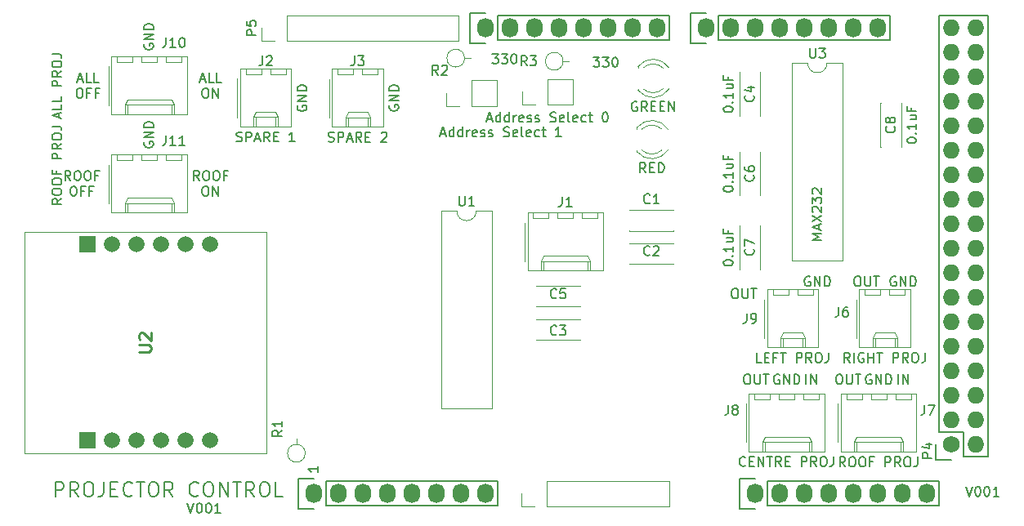
<source format=gbr>
G04 #@! TF.GenerationSoftware,KiCad,Pcbnew,(6.0.7-1)-1*
G04 #@! TF.CreationDate,2023-05-21T11:06:03+10:00*
G04 #@! TF.ProjectId,Arduino to Dual Serial,41726475-696e-46f2-9074-6f204475616c,rev?*
G04 #@! TF.SameCoordinates,Original*
G04 #@! TF.FileFunction,Legend,Top*
G04 #@! TF.FilePolarity,Positive*
%FSLAX46Y46*%
G04 Gerber Fmt 4.6, Leading zero omitted, Abs format (unit mm)*
G04 Created by KiCad (PCBNEW (6.0.7-1)-1) date 2023-05-21 11:06:03*
%MOMM*%
%LPD*%
G01*
G04 APERTURE LIST*
%ADD10C,0.150000*%
%ADD11C,0.254000*%
%ADD12C,0.120000*%
%ADD13C,0.100000*%
%ADD14C,1.727200*%
%ADD15O,1.727200X1.727200*%
%ADD16O,1.727200X2.032000*%
%ADD17R,1.665000X1.665000*%
%ADD18C,1.665000*%
G04 APERTURE END LIST*
D10*
X198898095Y-118387880D02*
X199231428Y-119387880D01*
X199564761Y-118387880D01*
X200088571Y-118387880D02*
X200183809Y-118387880D01*
X200279047Y-118435500D01*
X200326666Y-118483119D01*
X200374285Y-118578357D01*
X200421904Y-118768833D01*
X200421904Y-119006928D01*
X200374285Y-119197404D01*
X200326666Y-119292642D01*
X200279047Y-119340261D01*
X200183809Y-119387880D01*
X200088571Y-119387880D01*
X199993333Y-119340261D01*
X199945714Y-119292642D01*
X199898095Y-119197404D01*
X199850476Y-119006928D01*
X199850476Y-118768833D01*
X199898095Y-118578357D01*
X199945714Y-118483119D01*
X199993333Y-118435500D01*
X200088571Y-118387880D01*
X201040952Y-118387880D02*
X201136190Y-118387880D01*
X201231428Y-118435500D01*
X201279047Y-118483119D01*
X201326666Y-118578357D01*
X201374285Y-118768833D01*
X201374285Y-119006928D01*
X201326666Y-119197404D01*
X201279047Y-119292642D01*
X201231428Y-119340261D01*
X201136190Y-119387880D01*
X201040952Y-119387880D01*
X200945714Y-119340261D01*
X200898095Y-119292642D01*
X200850476Y-119197404D01*
X200802857Y-119006928D01*
X200802857Y-118768833D01*
X200850476Y-118578357D01*
X200898095Y-118483119D01*
X200945714Y-118435500D01*
X201040952Y-118387880D01*
X202326666Y-119387880D02*
X201755238Y-119387880D01*
X202040952Y-119387880D02*
X202040952Y-118387880D01*
X201945714Y-118530738D01*
X201850476Y-118625976D01*
X201755238Y-118673595D01*
X113800000Y-72516904D02*
X113752380Y-72612142D01*
X113752380Y-72755000D01*
X113800000Y-72897857D01*
X113895238Y-72993095D01*
X113990476Y-73040714D01*
X114180952Y-73088333D01*
X114323809Y-73088333D01*
X114514285Y-73040714D01*
X114609523Y-72993095D01*
X114704761Y-72897857D01*
X114752380Y-72755000D01*
X114752380Y-72659761D01*
X114704761Y-72516904D01*
X114657142Y-72469285D01*
X114323809Y-72469285D01*
X114323809Y-72659761D01*
X114752380Y-72040714D02*
X113752380Y-72040714D01*
X114752380Y-71469285D01*
X113752380Y-71469285D01*
X114752380Y-70993095D02*
X113752380Y-70993095D01*
X113752380Y-70755000D01*
X113800000Y-70612142D01*
X113895238Y-70516904D01*
X113990476Y-70469285D01*
X114180952Y-70421666D01*
X114323809Y-70421666D01*
X114514285Y-70469285D01*
X114609523Y-70516904D01*
X114704761Y-70612142D01*
X114752380Y-70755000D01*
X114752380Y-70993095D01*
X119602380Y-76196666D02*
X120078571Y-76196666D01*
X119507142Y-76482380D02*
X119840476Y-75482380D01*
X120173809Y-76482380D01*
X120983333Y-76482380D02*
X120507142Y-76482380D01*
X120507142Y-75482380D01*
X121792857Y-76482380D02*
X121316666Y-76482380D01*
X121316666Y-75482380D01*
X120030952Y-77092380D02*
X120221428Y-77092380D01*
X120316666Y-77140000D01*
X120411904Y-77235238D01*
X120459523Y-77425714D01*
X120459523Y-77759047D01*
X120411904Y-77949523D01*
X120316666Y-78044761D01*
X120221428Y-78092380D01*
X120030952Y-78092380D01*
X119935714Y-78044761D01*
X119840476Y-77949523D01*
X119792857Y-77759047D01*
X119792857Y-77425714D01*
X119840476Y-77235238D01*
X119935714Y-77140000D01*
X120030952Y-77092380D01*
X120888095Y-78092380D02*
X120888095Y-77092380D01*
X121459523Y-78092380D01*
X121459523Y-77092380D01*
X118253095Y-120102380D02*
X118586428Y-121102380D01*
X118919761Y-120102380D01*
X119443571Y-120102380D02*
X119538809Y-120102380D01*
X119634047Y-120150000D01*
X119681666Y-120197619D01*
X119729285Y-120292857D01*
X119776904Y-120483333D01*
X119776904Y-120721428D01*
X119729285Y-120911904D01*
X119681666Y-121007142D01*
X119634047Y-121054761D01*
X119538809Y-121102380D01*
X119443571Y-121102380D01*
X119348333Y-121054761D01*
X119300714Y-121007142D01*
X119253095Y-120911904D01*
X119205476Y-120721428D01*
X119205476Y-120483333D01*
X119253095Y-120292857D01*
X119300714Y-120197619D01*
X119348333Y-120150000D01*
X119443571Y-120102380D01*
X120395952Y-120102380D02*
X120491190Y-120102380D01*
X120586428Y-120150000D01*
X120634047Y-120197619D01*
X120681666Y-120292857D01*
X120729285Y-120483333D01*
X120729285Y-120721428D01*
X120681666Y-120911904D01*
X120634047Y-121007142D01*
X120586428Y-121054761D01*
X120491190Y-121102380D01*
X120395952Y-121102380D01*
X120300714Y-121054761D01*
X120253095Y-121007142D01*
X120205476Y-120911904D01*
X120157857Y-120721428D01*
X120157857Y-120483333D01*
X120205476Y-120292857D01*
X120253095Y-120197619D01*
X120300714Y-120150000D01*
X120395952Y-120102380D01*
X121681666Y-121102380D02*
X121110238Y-121102380D01*
X121395952Y-121102380D02*
X121395952Y-120102380D01*
X121300714Y-120245238D01*
X121205476Y-120340476D01*
X121110238Y-120388095D01*
X185690000Y-106767380D02*
X185880476Y-106767380D01*
X185975714Y-106815000D01*
X186070952Y-106910238D01*
X186118571Y-107100714D01*
X186118571Y-107434047D01*
X186070952Y-107624523D01*
X185975714Y-107719761D01*
X185880476Y-107767380D01*
X185690000Y-107767380D01*
X185594761Y-107719761D01*
X185499523Y-107624523D01*
X185451904Y-107434047D01*
X185451904Y-107100714D01*
X185499523Y-106910238D01*
X185594761Y-106815000D01*
X185690000Y-106767380D01*
X186547142Y-106767380D02*
X186547142Y-107576904D01*
X186594761Y-107672142D01*
X186642380Y-107719761D01*
X186737619Y-107767380D01*
X186928095Y-107767380D01*
X187023333Y-107719761D01*
X187070952Y-107672142D01*
X187118571Y-107576904D01*
X187118571Y-106767380D01*
X187451904Y-106767380D02*
X188023333Y-106767380D01*
X187737619Y-107767380D02*
X187737619Y-106767380D01*
X113800000Y-82676904D02*
X113752380Y-82772142D01*
X113752380Y-82915000D01*
X113800000Y-83057857D01*
X113895238Y-83153095D01*
X113990476Y-83200714D01*
X114180952Y-83248333D01*
X114323809Y-83248333D01*
X114514285Y-83200714D01*
X114609523Y-83153095D01*
X114704761Y-83057857D01*
X114752380Y-82915000D01*
X114752380Y-82819761D01*
X114704761Y-82676904D01*
X114657142Y-82629285D01*
X114323809Y-82629285D01*
X114323809Y-82819761D01*
X114752380Y-82200714D02*
X113752380Y-82200714D01*
X114752380Y-81629285D01*
X113752380Y-81629285D01*
X114752380Y-81153095D02*
X113752380Y-81153095D01*
X113752380Y-80915000D01*
X113800000Y-80772142D01*
X113895238Y-80676904D01*
X113990476Y-80629285D01*
X114180952Y-80581666D01*
X114323809Y-80581666D01*
X114514285Y-80629285D01*
X114609523Y-80676904D01*
X114704761Y-80772142D01*
X114752380Y-80915000D01*
X114752380Y-81153095D01*
X191881190Y-107767380D02*
X191881190Y-106767380D01*
X192357380Y-107767380D02*
X192357380Y-106767380D01*
X192928809Y-107767380D01*
X192928809Y-106767380D01*
X174895000Y-97877380D02*
X175085476Y-97877380D01*
X175180714Y-97925000D01*
X175275952Y-98020238D01*
X175323571Y-98210714D01*
X175323571Y-98544047D01*
X175275952Y-98734523D01*
X175180714Y-98829761D01*
X175085476Y-98877380D01*
X174895000Y-98877380D01*
X174799761Y-98829761D01*
X174704523Y-98734523D01*
X174656904Y-98544047D01*
X174656904Y-98210714D01*
X174704523Y-98020238D01*
X174799761Y-97925000D01*
X174895000Y-97877380D01*
X175752142Y-97877380D02*
X175752142Y-98686904D01*
X175799761Y-98782142D01*
X175847380Y-98829761D01*
X175942619Y-98877380D01*
X176133095Y-98877380D01*
X176228333Y-98829761D01*
X176275952Y-98782142D01*
X176323571Y-98686904D01*
X176323571Y-97877380D01*
X176656904Y-97877380D02*
X177228333Y-97877380D01*
X176942619Y-98877380D02*
X176942619Y-97877380D01*
X179578095Y-106815000D02*
X179482857Y-106767380D01*
X179340000Y-106767380D01*
X179197142Y-106815000D01*
X179101904Y-106910238D01*
X179054285Y-107005476D01*
X179006666Y-107195952D01*
X179006666Y-107338809D01*
X179054285Y-107529285D01*
X179101904Y-107624523D01*
X179197142Y-107719761D01*
X179340000Y-107767380D01*
X179435238Y-107767380D01*
X179578095Y-107719761D01*
X179625714Y-107672142D01*
X179625714Y-107338809D01*
X179435238Y-107338809D01*
X180054285Y-107767380D02*
X180054285Y-106767380D01*
X180625714Y-107767380D01*
X180625714Y-106767380D01*
X181101904Y-107767380D02*
X181101904Y-106767380D01*
X181340000Y-106767380D01*
X181482857Y-106815000D01*
X181578095Y-106910238D01*
X181625714Y-107005476D01*
X181673333Y-107195952D01*
X181673333Y-107338809D01*
X181625714Y-107529285D01*
X181578095Y-107624523D01*
X181482857Y-107719761D01*
X181340000Y-107767380D01*
X181101904Y-107767380D01*
X182753095Y-96655000D02*
X182657857Y-96607380D01*
X182515000Y-96607380D01*
X182372142Y-96655000D01*
X182276904Y-96750238D01*
X182229285Y-96845476D01*
X182181666Y-97035952D01*
X182181666Y-97178809D01*
X182229285Y-97369285D01*
X182276904Y-97464523D01*
X182372142Y-97559761D01*
X182515000Y-97607380D01*
X182610238Y-97607380D01*
X182753095Y-97559761D01*
X182800714Y-97512142D01*
X182800714Y-97178809D01*
X182610238Y-97178809D01*
X183229285Y-97607380D02*
X183229285Y-96607380D01*
X183800714Y-97607380D01*
X183800714Y-96607380D01*
X184276904Y-97607380D02*
X184276904Y-96607380D01*
X184515000Y-96607380D01*
X184657857Y-96655000D01*
X184753095Y-96750238D01*
X184800714Y-96845476D01*
X184848333Y-97035952D01*
X184848333Y-97178809D01*
X184800714Y-97369285D01*
X184753095Y-97464523D01*
X184657857Y-97559761D01*
X184515000Y-97607380D01*
X184276904Y-97607380D01*
X131770380Y-116300285D02*
X131770380Y-116871714D01*
X131770380Y-116586000D02*
X130770380Y-116586000D01*
X130913238Y-116681238D01*
X131008476Y-116776476D01*
X131056095Y-116871714D01*
X106902380Y-76196666D02*
X107378571Y-76196666D01*
X106807142Y-76482380D02*
X107140476Y-75482380D01*
X107473809Y-76482380D01*
X108283333Y-76482380D02*
X107807142Y-76482380D01*
X107807142Y-75482380D01*
X109092857Y-76482380D02*
X108616666Y-76482380D01*
X108616666Y-75482380D01*
X106997619Y-77092380D02*
X107188095Y-77092380D01*
X107283333Y-77140000D01*
X107378571Y-77235238D01*
X107426190Y-77425714D01*
X107426190Y-77759047D01*
X107378571Y-77949523D01*
X107283333Y-78044761D01*
X107188095Y-78092380D01*
X106997619Y-78092380D01*
X106902380Y-78044761D01*
X106807142Y-77949523D01*
X106759523Y-77759047D01*
X106759523Y-77425714D01*
X106807142Y-77235238D01*
X106902380Y-77140000D01*
X106997619Y-77092380D01*
X108188095Y-77568571D02*
X107854761Y-77568571D01*
X107854761Y-78092380D02*
X107854761Y-77092380D01*
X108330952Y-77092380D01*
X109045238Y-77568571D02*
X108711904Y-77568571D01*
X108711904Y-78092380D02*
X108711904Y-77092380D01*
X109188095Y-77092380D01*
X191643095Y-96655000D02*
X191547857Y-96607380D01*
X191405000Y-96607380D01*
X191262142Y-96655000D01*
X191166904Y-96750238D01*
X191119285Y-96845476D01*
X191071666Y-97035952D01*
X191071666Y-97178809D01*
X191119285Y-97369285D01*
X191166904Y-97464523D01*
X191262142Y-97559761D01*
X191405000Y-97607380D01*
X191500238Y-97607380D01*
X191643095Y-97559761D01*
X191690714Y-97512142D01*
X191690714Y-97178809D01*
X191500238Y-97178809D01*
X192119285Y-97607380D02*
X192119285Y-96607380D01*
X192690714Y-97607380D01*
X192690714Y-96607380D01*
X193166904Y-97607380D02*
X193166904Y-96607380D01*
X193405000Y-96607380D01*
X193547857Y-96655000D01*
X193643095Y-96750238D01*
X193690714Y-96845476D01*
X193738333Y-97035952D01*
X193738333Y-97178809D01*
X193690714Y-97369285D01*
X193643095Y-97464523D01*
X193547857Y-97559761D01*
X193405000Y-97607380D01*
X193166904Y-97607380D01*
X119483333Y-86642380D02*
X119150000Y-86166190D01*
X118911904Y-86642380D02*
X118911904Y-85642380D01*
X119292857Y-85642380D01*
X119388095Y-85690000D01*
X119435714Y-85737619D01*
X119483333Y-85832857D01*
X119483333Y-85975714D01*
X119435714Y-86070952D01*
X119388095Y-86118571D01*
X119292857Y-86166190D01*
X118911904Y-86166190D01*
X120102380Y-85642380D02*
X120292857Y-85642380D01*
X120388095Y-85690000D01*
X120483333Y-85785238D01*
X120530952Y-85975714D01*
X120530952Y-86309047D01*
X120483333Y-86499523D01*
X120388095Y-86594761D01*
X120292857Y-86642380D01*
X120102380Y-86642380D01*
X120007142Y-86594761D01*
X119911904Y-86499523D01*
X119864285Y-86309047D01*
X119864285Y-85975714D01*
X119911904Y-85785238D01*
X120007142Y-85690000D01*
X120102380Y-85642380D01*
X121150000Y-85642380D02*
X121340476Y-85642380D01*
X121435714Y-85690000D01*
X121530952Y-85785238D01*
X121578571Y-85975714D01*
X121578571Y-86309047D01*
X121530952Y-86499523D01*
X121435714Y-86594761D01*
X121340476Y-86642380D01*
X121150000Y-86642380D01*
X121054761Y-86594761D01*
X120959523Y-86499523D01*
X120911904Y-86309047D01*
X120911904Y-85975714D01*
X120959523Y-85785238D01*
X121054761Y-85690000D01*
X121150000Y-85642380D01*
X122340476Y-86118571D02*
X122007142Y-86118571D01*
X122007142Y-86642380D02*
X122007142Y-85642380D01*
X122483333Y-85642380D01*
X120030952Y-87252380D02*
X120221428Y-87252380D01*
X120316666Y-87300000D01*
X120411904Y-87395238D01*
X120459523Y-87585714D01*
X120459523Y-87919047D01*
X120411904Y-88109523D01*
X120316666Y-88204761D01*
X120221428Y-88252380D01*
X120030952Y-88252380D01*
X119935714Y-88204761D01*
X119840476Y-88109523D01*
X119792857Y-87919047D01*
X119792857Y-87585714D01*
X119840476Y-87395238D01*
X119935714Y-87300000D01*
X120030952Y-87252380D01*
X120888095Y-88252380D02*
X120888095Y-87252380D01*
X121459523Y-88252380D01*
X121459523Y-87252380D01*
X106148333Y-86662380D02*
X105815000Y-86186190D01*
X105576904Y-86662380D02*
X105576904Y-85662380D01*
X105957857Y-85662380D01*
X106053095Y-85710000D01*
X106100714Y-85757619D01*
X106148333Y-85852857D01*
X106148333Y-85995714D01*
X106100714Y-86090952D01*
X106053095Y-86138571D01*
X105957857Y-86186190D01*
X105576904Y-86186190D01*
X106767380Y-85662380D02*
X106957857Y-85662380D01*
X107053095Y-85710000D01*
X107148333Y-85805238D01*
X107195952Y-85995714D01*
X107195952Y-86329047D01*
X107148333Y-86519523D01*
X107053095Y-86614761D01*
X106957857Y-86662380D01*
X106767380Y-86662380D01*
X106672142Y-86614761D01*
X106576904Y-86519523D01*
X106529285Y-86329047D01*
X106529285Y-85995714D01*
X106576904Y-85805238D01*
X106672142Y-85710000D01*
X106767380Y-85662380D01*
X107815000Y-85662380D02*
X108005476Y-85662380D01*
X108100714Y-85710000D01*
X108195952Y-85805238D01*
X108243571Y-85995714D01*
X108243571Y-86329047D01*
X108195952Y-86519523D01*
X108100714Y-86614761D01*
X108005476Y-86662380D01*
X107815000Y-86662380D01*
X107719761Y-86614761D01*
X107624523Y-86519523D01*
X107576904Y-86329047D01*
X107576904Y-85995714D01*
X107624523Y-85805238D01*
X107719761Y-85710000D01*
X107815000Y-85662380D01*
X109005476Y-86138571D02*
X108672142Y-86138571D01*
X108672142Y-86662380D02*
X108672142Y-85662380D01*
X109148333Y-85662380D01*
X106362619Y-87272380D02*
X106553095Y-87272380D01*
X106648333Y-87320000D01*
X106743571Y-87415238D01*
X106791190Y-87605714D01*
X106791190Y-87939047D01*
X106743571Y-88129523D01*
X106648333Y-88224761D01*
X106553095Y-88272380D01*
X106362619Y-88272380D01*
X106267380Y-88224761D01*
X106172142Y-88129523D01*
X106124523Y-87939047D01*
X106124523Y-87605714D01*
X106172142Y-87415238D01*
X106267380Y-87320000D01*
X106362619Y-87272380D01*
X107553095Y-87748571D02*
X107219761Y-87748571D01*
X107219761Y-88272380D02*
X107219761Y-87272380D01*
X107695952Y-87272380D01*
X108410238Y-87748571D02*
X108076904Y-87748571D01*
X108076904Y-88272380D02*
X108076904Y-87272380D01*
X108553095Y-87272380D01*
X129675000Y-78886904D02*
X129627380Y-78982142D01*
X129627380Y-79125000D01*
X129675000Y-79267857D01*
X129770238Y-79363095D01*
X129865476Y-79410714D01*
X130055952Y-79458333D01*
X130198809Y-79458333D01*
X130389285Y-79410714D01*
X130484523Y-79363095D01*
X130579761Y-79267857D01*
X130627380Y-79125000D01*
X130627380Y-79029761D01*
X130579761Y-78886904D01*
X130532142Y-78839285D01*
X130198809Y-78839285D01*
X130198809Y-79029761D01*
X130627380Y-78410714D02*
X129627380Y-78410714D01*
X130627380Y-77839285D01*
X129627380Y-77839285D01*
X130627380Y-77363095D02*
X129627380Y-77363095D01*
X129627380Y-77125000D01*
X129675000Y-76982142D01*
X129770238Y-76886904D01*
X129865476Y-76839285D01*
X130055952Y-76791666D01*
X130198809Y-76791666D01*
X130389285Y-76839285D01*
X130484523Y-76886904D01*
X130579761Y-76982142D01*
X130627380Y-77125000D01*
X130627380Y-77363095D01*
X176165000Y-106767380D02*
X176355476Y-106767380D01*
X176450714Y-106815000D01*
X176545952Y-106910238D01*
X176593571Y-107100714D01*
X176593571Y-107434047D01*
X176545952Y-107624523D01*
X176450714Y-107719761D01*
X176355476Y-107767380D01*
X176165000Y-107767380D01*
X176069761Y-107719761D01*
X175974523Y-107624523D01*
X175926904Y-107434047D01*
X175926904Y-107100714D01*
X175974523Y-106910238D01*
X176069761Y-106815000D01*
X176165000Y-106767380D01*
X177022142Y-106767380D02*
X177022142Y-107576904D01*
X177069761Y-107672142D01*
X177117380Y-107719761D01*
X177212619Y-107767380D01*
X177403095Y-107767380D01*
X177498333Y-107719761D01*
X177545952Y-107672142D01*
X177593571Y-107576904D01*
X177593571Y-106767380D01*
X177926904Y-106767380D02*
X178498333Y-106767380D01*
X178212619Y-107767380D02*
X178212619Y-106767380D01*
X104594642Y-119423571D02*
X104594642Y-117923571D01*
X105166071Y-117923571D01*
X105308928Y-117995000D01*
X105380357Y-118066428D01*
X105451785Y-118209285D01*
X105451785Y-118423571D01*
X105380357Y-118566428D01*
X105308928Y-118637857D01*
X105166071Y-118709285D01*
X104594642Y-118709285D01*
X106951785Y-119423571D02*
X106451785Y-118709285D01*
X106094642Y-119423571D02*
X106094642Y-117923571D01*
X106666071Y-117923571D01*
X106808928Y-117995000D01*
X106880357Y-118066428D01*
X106951785Y-118209285D01*
X106951785Y-118423571D01*
X106880357Y-118566428D01*
X106808928Y-118637857D01*
X106666071Y-118709285D01*
X106094642Y-118709285D01*
X107880357Y-117923571D02*
X108166071Y-117923571D01*
X108308928Y-117995000D01*
X108451785Y-118137857D01*
X108523214Y-118423571D01*
X108523214Y-118923571D01*
X108451785Y-119209285D01*
X108308928Y-119352142D01*
X108166071Y-119423571D01*
X107880357Y-119423571D01*
X107737500Y-119352142D01*
X107594642Y-119209285D01*
X107523214Y-118923571D01*
X107523214Y-118423571D01*
X107594642Y-118137857D01*
X107737500Y-117995000D01*
X107880357Y-117923571D01*
X109594642Y-117923571D02*
X109594642Y-118995000D01*
X109523214Y-119209285D01*
X109380357Y-119352142D01*
X109166071Y-119423571D01*
X109023214Y-119423571D01*
X110308928Y-118637857D02*
X110808928Y-118637857D01*
X111023214Y-119423571D02*
X110308928Y-119423571D01*
X110308928Y-117923571D01*
X111023214Y-117923571D01*
X112523214Y-119280714D02*
X112451785Y-119352142D01*
X112237500Y-119423571D01*
X112094642Y-119423571D01*
X111880357Y-119352142D01*
X111737500Y-119209285D01*
X111666071Y-119066428D01*
X111594642Y-118780714D01*
X111594642Y-118566428D01*
X111666071Y-118280714D01*
X111737500Y-118137857D01*
X111880357Y-117995000D01*
X112094642Y-117923571D01*
X112237500Y-117923571D01*
X112451785Y-117995000D01*
X112523214Y-118066428D01*
X112951785Y-117923571D02*
X113808928Y-117923571D01*
X113380357Y-119423571D02*
X113380357Y-117923571D01*
X114594642Y-117923571D02*
X114880357Y-117923571D01*
X115023214Y-117995000D01*
X115166071Y-118137857D01*
X115237500Y-118423571D01*
X115237500Y-118923571D01*
X115166071Y-119209285D01*
X115023214Y-119352142D01*
X114880357Y-119423571D01*
X114594642Y-119423571D01*
X114451785Y-119352142D01*
X114308928Y-119209285D01*
X114237500Y-118923571D01*
X114237500Y-118423571D01*
X114308928Y-118137857D01*
X114451785Y-117995000D01*
X114594642Y-117923571D01*
X116737500Y-119423571D02*
X116237500Y-118709285D01*
X115880357Y-119423571D02*
X115880357Y-117923571D01*
X116451785Y-117923571D01*
X116594642Y-117995000D01*
X116666071Y-118066428D01*
X116737500Y-118209285D01*
X116737500Y-118423571D01*
X116666071Y-118566428D01*
X116594642Y-118637857D01*
X116451785Y-118709285D01*
X115880357Y-118709285D01*
X119380357Y-119280714D02*
X119308928Y-119352142D01*
X119094642Y-119423571D01*
X118951785Y-119423571D01*
X118737500Y-119352142D01*
X118594642Y-119209285D01*
X118523214Y-119066428D01*
X118451785Y-118780714D01*
X118451785Y-118566428D01*
X118523214Y-118280714D01*
X118594642Y-118137857D01*
X118737500Y-117995000D01*
X118951785Y-117923571D01*
X119094642Y-117923571D01*
X119308928Y-117995000D01*
X119380357Y-118066428D01*
X120308928Y-117923571D02*
X120594642Y-117923571D01*
X120737500Y-117995000D01*
X120880357Y-118137857D01*
X120951785Y-118423571D01*
X120951785Y-118923571D01*
X120880357Y-119209285D01*
X120737500Y-119352142D01*
X120594642Y-119423571D01*
X120308928Y-119423571D01*
X120166071Y-119352142D01*
X120023214Y-119209285D01*
X119951785Y-118923571D01*
X119951785Y-118423571D01*
X120023214Y-118137857D01*
X120166071Y-117995000D01*
X120308928Y-117923571D01*
X121594642Y-119423571D02*
X121594642Y-117923571D01*
X122451785Y-119423571D01*
X122451785Y-117923571D01*
X122951785Y-117923571D02*
X123808928Y-117923571D01*
X123380357Y-119423571D02*
X123380357Y-117923571D01*
X125166071Y-119423571D02*
X124666071Y-118709285D01*
X124308928Y-119423571D02*
X124308928Y-117923571D01*
X124880357Y-117923571D01*
X125023214Y-117995000D01*
X125094642Y-118066428D01*
X125166071Y-118209285D01*
X125166071Y-118423571D01*
X125094642Y-118566428D01*
X125023214Y-118637857D01*
X124880357Y-118709285D01*
X124308928Y-118709285D01*
X126094642Y-117923571D02*
X126380357Y-117923571D01*
X126523214Y-117995000D01*
X126666071Y-118137857D01*
X126737500Y-118423571D01*
X126737500Y-118923571D01*
X126666071Y-119209285D01*
X126523214Y-119352142D01*
X126380357Y-119423571D01*
X126094642Y-119423571D01*
X125951785Y-119352142D01*
X125808928Y-119209285D01*
X125737500Y-118923571D01*
X125737500Y-118423571D01*
X125808928Y-118137857D01*
X125951785Y-117995000D01*
X126094642Y-117923571D01*
X128094642Y-119423571D02*
X127380357Y-119423571D01*
X127380357Y-117923571D01*
X139200000Y-78866904D02*
X139152380Y-78962142D01*
X139152380Y-79105000D01*
X139200000Y-79247857D01*
X139295238Y-79343095D01*
X139390476Y-79390714D01*
X139580952Y-79438333D01*
X139723809Y-79438333D01*
X139914285Y-79390714D01*
X140009523Y-79343095D01*
X140104761Y-79247857D01*
X140152380Y-79105000D01*
X140152380Y-79009761D01*
X140104761Y-78866904D01*
X140057142Y-78819285D01*
X139723809Y-78819285D01*
X139723809Y-79009761D01*
X140152380Y-78390714D02*
X139152380Y-78390714D01*
X140152380Y-77819285D01*
X139152380Y-77819285D01*
X140152380Y-77343095D02*
X139152380Y-77343095D01*
X139152380Y-77105000D01*
X139200000Y-76962142D01*
X139295238Y-76866904D01*
X139390476Y-76819285D01*
X139580952Y-76771666D01*
X139723809Y-76771666D01*
X139914285Y-76819285D01*
X140009523Y-76866904D01*
X140104761Y-76962142D01*
X140152380Y-77105000D01*
X140152380Y-77343095D01*
X187595000Y-96607380D02*
X187785476Y-96607380D01*
X187880714Y-96655000D01*
X187975952Y-96750238D01*
X188023571Y-96940714D01*
X188023571Y-97274047D01*
X187975952Y-97464523D01*
X187880714Y-97559761D01*
X187785476Y-97607380D01*
X187595000Y-97607380D01*
X187499761Y-97559761D01*
X187404523Y-97464523D01*
X187356904Y-97274047D01*
X187356904Y-96940714D01*
X187404523Y-96750238D01*
X187499761Y-96655000D01*
X187595000Y-96607380D01*
X188452142Y-96607380D02*
X188452142Y-97416904D01*
X188499761Y-97512142D01*
X188547380Y-97559761D01*
X188642619Y-97607380D01*
X188833095Y-97607380D01*
X188928333Y-97559761D01*
X188975952Y-97512142D01*
X189023571Y-97416904D01*
X189023571Y-96607380D01*
X189356904Y-96607380D02*
X189928333Y-96607380D01*
X189642619Y-97607380D02*
X189642619Y-96607380D01*
X182356190Y-107767380D02*
X182356190Y-106767380D01*
X182832380Y-107767380D02*
X182832380Y-106767380D01*
X183403809Y-107767380D01*
X183403809Y-106767380D01*
X189103095Y-106815000D02*
X189007857Y-106767380D01*
X188865000Y-106767380D01*
X188722142Y-106815000D01*
X188626904Y-106910238D01*
X188579285Y-107005476D01*
X188531666Y-107195952D01*
X188531666Y-107338809D01*
X188579285Y-107529285D01*
X188626904Y-107624523D01*
X188722142Y-107719761D01*
X188865000Y-107767380D01*
X188960238Y-107767380D01*
X189103095Y-107719761D01*
X189150714Y-107672142D01*
X189150714Y-107338809D01*
X188960238Y-107338809D01*
X189579285Y-107767380D02*
X189579285Y-106767380D01*
X190150714Y-107767380D01*
X190150714Y-106767380D01*
X190626904Y-107767380D02*
X190626904Y-106767380D01*
X190865000Y-106767380D01*
X191007857Y-106815000D01*
X191103095Y-106910238D01*
X191150714Y-107005476D01*
X191198333Y-107195952D01*
X191198333Y-107338809D01*
X191150714Y-107529285D01*
X191103095Y-107624523D01*
X191007857Y-107719761D01*
X190865000Y-107767380D01*
X190626904Y-107767380D01*
X195397380Y-115419095D02*
X194397380Y-115419095D01*
X194397380Y-115038142D01*
X194445000Y-114942904D01*
X194492619Y-114895285D01*
X194587857Y-114847666D01*
X194730714Y-114847666D01*
X194825952Y-114895285D01*
X194873571Y-114942904D01*
X194921190Y-115038142D01*
X194921190Y-115419095D01*
X194730714Y-113990523D02*
X195397380Y-113990523D01*
X194349761Y-114228619D02*
X195064047Y-114466714D01*
X195064047Y-113847666D01*
X125376380Y-71604095D02*
X124376380Y-71604095D01*
X124376380Y-71223142D01*
X124424000Y-71127904D01*
X124471619Y-71080285D01*
X124566857Y-71032666D01*
X124709714Y-71032666D01*
X124804952Y-71080285D01*
X124852571Y-71127904D01*
X124900190Y-71223142D01*
X124900190Y-71604095D01*
X124376380Y-70127904D02*
X124376380Y-70604095D01*
X124852571Y-70651714D01*
X124804952Y-70604095D01*
X124757333Y-70508857D01*
X124757333Y-70270761D01*
X124804952Y-70175523D01*
X124852571Y-70127904D01*
X124947809Y-70080285D01*
X125185904Y-70080285D01*
X125281142Y-70127904D01*
X125328761Y-70175523D01*
X125376380Y-70270761D01*
X125376380Y-70508857D01*
X125328761Y-70604095D01*
X125281142Y-70651714D01*
X164830333Y-78533000D02*
X164735095Y-78485380D01*
X164592238Y-78485380D01*
X164449380Y-78533000D01*
X164354142Y-78628238D01*
X164306523Y-78723476D01*
X164258904Y-78913952D01*
X164258904Y-79056809D01*
X164306523Y-79247285D01*
X164354142Y-79342523D01*
X164449380Y-79437761D01*
X164592238Y-79485380D01*
X164687476Y-79485380D01*
X164830333Y-79437761D01*
X164877952Y-79390142D01*
X164877952Y-79056809D01*
X164687476Y-79056809D01*
X165877952Y-79485380D02*
X165544619Y-79009190D01*
X165306523Y-79485380D02*
X165306523Y-78485380D01*
X165687476Y-78485380D01*
X165782714Y-78533000D01*
X165830333Y-78580619D01*
X165877952Y-78675857D01*
X165877952Y-78818714D01*
X165830333Y-78913952D01*
X165782714Y-78961571D01*
X165687476Y-79009190D01*
X165306523Y-79009190D01*
X166306523Y-78961571D02*
X166639857Y-78961571D01*
X166782714Y-79485380D02*
X166306523Y-79485380D01*
X166306523Y-78485380D01*
X166782714Y-78485380D01*
X167211285Y-78961571D02*
X167544619Y-78961571D01*
X167687476Y-79485380D02*
X167211285Y-79485380D01*
X167211285Y-78485380D01*
X167687476Y-78485380D01*
X168116047Y-79485380D02*
X168116047Y-78485380D01*
X168687476Y-79485380D01*
X168687476Y-78485380D01*
X165727142Y-85835380D02*
X165393809Y-85359190D01*
X165155714Y-85835380D02*
X165155714Y-84835380D01*
X165536666Y-84835380D01*
X165631904Y-84883000D01*
X165679523Y-84930619D01*
X165727142Y-85025857D01*
X165727142Y-85168714D01*
X165679523Y-85263952D01*
X165631904Y-85311571D01*
X165536666Y-85359190D01*
X165155714Y-85359190D01*
X166155714Y-85311571D02*
X166489047Y-85311571D01*
X166631904Y-85835380D02*
X166155714Y-85835380D01*
X166155714Y-84835380D01*
X166631904Y-84835380D01*
X167060476Y-85835380D02*
X167060476Y-84835380D01*
X167298571Y-84835380D01*
X167441428Y-84883000D01*
X167536666Y-84978238D01*
X167584285Y-85073476D01*
X167631904Y-85263952D01*
X167631904Y-85406809D01*
X167584285Y-85597285D01*
X167536666Y-85692523D01*
X167441428Y-85787761D01*
X167298571Y-85835380D01*
X167060476Y-85835380D01*
X149331904Y-80303666D02*
X149808095Y-80303666D01*
X149236666Y-80589380D02*
X149570000Y-79589380D01*
X149903333Y-80589380D01*
X150665238Y-80589380D02*
X150665238Y-79589380D01*
X150665238Y-80541761D02*
X150570000Y-80589380D01*
X150379523Y-80589380D01*
X150284285Y-80541761D01*
X150236666Y-80494142D01*
X150189047Y-80398904D01*
X150189047Y-80113190D01*
X150236666Y-80017952D01*
X150284285Y-79970333D01*
X150379523Y-79922714D01*
X150570000Y-79922714D01*
X150665238Y-79970333D01*
X151570000Y-80589380D02*
X151570000Y-79589380D01*
X151570000Y-80541761D02*
X151474761Y-80589380D01*
X151284285Y-80589380D01*
X151189047Y-80541761D01*
X151141428Y-80494142D01*
X151093809Y-80398904D01*
X151093809Y-80113190D01*
X151141428Y-80017952D01*
X151189047Y-79970333D01*
X151284285Y-79922714D01*
X151474761Y-79922714D01*
X151570000Y-79970333D01*
X152046190Y-80589380D02*
X152046190Y-79922714D01*
X152046190Y-80113190D02*
X152093809Y-80017952D01*
X152141428Y-79970333D01*
X152236666Y-79922714D01*
X152331904Y-79922714D01*
X153046190Y-80541761D02*
X152950952Y-80589380D01*
X152760476Y-80589380D01*
X152665238Y-80541761D01*
X152617619Y-80446523D01*
X152617619Y-80065571D01*
X152665238Y-79970333D01*
X152760476Y-79922714D01*
X152950952Y-79922714D01*
X153046190Y-79970333D01*
X153093809Y-80065571D01*
X153093809Y-80160809D01*
X152617619Y-80256047D01*
X153474761Y-80541761D02*
X153570000Y-80589380D01*
X153760476Y-80589380D01*
X153855714Y-80541761D01*
X153903333Y-80446523D01*
X153903333Y-80398904D01*
X153855714Y-80303666D01*
X153760476Y-80256047D01*
X153617619Y-80256047D01*
X153522380Y-80208428D01*
X153474761Y-80113190D01*
X153474761Y-80065571D01*
X153522380Y-79970333D01*
X153617619Y-79922714D01*
X153760476Y-79922714D01*
X153855714Y-79970333D01*
X154284285Y-80541761D02*
X154379523Y-80589380D01*
X154570000Y-80589380D01*
X154665238Y-80541761D01*
X154712857Y-80446523D01*
X154712857Y-80398904D01*
X154665238Y-80303666D01*
X154570000Y-80256047D01*
X154427142Y-80256047D01*
X154331904Y-80208428D01*
X154284285Y-80113190D01*
X154284285Y-80065571D01*
X154331904Y-79970333D01*
X154427142Y-79922714D01*
X154570000Y-79922714D01*
X154665238Y-79970333D01*
X155855714Y-80541761D02*
X155998571Y-80589380D01*
X156236666Y-80589380D01*
X156331904Y-80541761D01*
X156379523Y-80494142D01*
X156427142Y-80398904D01*
X156427142Y-80303666D01*
X156379523Y-80208428D01*
X156331904Y-80160809D01*
X156236666Y-80113190D01*
X156046190Y-80065571D01*
X155950952Y-80017952D01*
X155903333Y-79970333D01*
X155855714Y-79875095D01*
X155855714Y-79779857D01*
X155903333Y-79684619D01*
X155950952Y-79637000D01*
X156046190Y-79589380D01*
X156284285Y-79589380D01*
X156427142Y-79637000D01*
X157236666Y-80541761D02*
X157141428Y-80589380D01*
X156950952Y-80589380D01*
X156855714Y-80541761D01*
X156808095Y-80446523D01*
X156808095Y-80065571D01*
X156855714Y-79970333D01*
X156950952Y-79922714D01*
X157141428Y-79922714D01*
X157236666Y-79970333D01*
X157284285Y-80065571D01*
X157284285Y-80160809D01*
X156808095Y-80256047D01*
X157855714Y-80589380D02*
X157760476Y-80541761D01*
X157712857Y-80446523D01*
X157712857Y-79589380D01*
X158617619Y-80541761D02*
X158522380Y-80589380D01*
X158331904Y-80589380D01*
X158236666Y-80541761D01*
X158189047Y-80446523D01*
X158189047Y-80065571D01*
X158236666Y-79970333D01*
X158331904Y-79922714D01*
X158522380Y-79922714D01*
X158617619Y-79970333D01*
X158665238Y-80065571D01*
X158665238Y-80160809D01*
X158189047Y-80256047D01*
X159522380Y-80541761D02*
X159427142Y-80589380D01*
X159236666Y-80589380D01*
X159141428Y-80541761D01*
X159093809Y-80494142D01*
X159046190Y-80398904D01*
X159046190Y-80113190D01*
X159093809Y-80017952D01*
X159141428Y-79970333D01*
X159236666Y-79922714D01*
X159427142Y-79922714D01*
X159522380Y-79970333D01*
X159808095Y-79922714D02*
X160189047Y-79922714D01*
X159950952Y-79589380D02*
X159950952Y-80446523D01*
X159998571Y-80541761D01*
X160093809Y-80589380D01*
X160189047Y-80589380D01*
X161474761Y-79589380D02*
X161570000Y-79589380D01*
X161665238Y-79637000D01*
X161712857Y-79684619D01*
X161760476Y-79779857D01*
X161808095Y-79970333D01*
X161808095Y-80208428D01*
X161760476Y-80398904D01*
X161712857Y-80494142D01*
X161665238Y-80541761D01*
X161570000Y-80589380D01*
X161474761Y-80589380D01*
X161379523Y-80541761D01*
X161331904Y-80494142D01*
X161284285Y-80398904D01*
X161236666Y-80208428D01*
X161236666Y-79970333D01*
X161284285Y-79779857D01*
X161331904Y-79684619D01*
X161379523Y-79637000D01*
X161474761Y-79589380D01*
X144505904Y-81827666D02*
X144982095Y-81827666D01*
X144410666Y-82113380D02*
X144744000Y-81113380D01*
X145077333Y-82113380D01*
X145839238Y-82113380D02*
X145839238Y-81113380D01*
X145839238Y-82065761D02*
X145744000Y-82113380D01*
X145553523Y-82113380D01*
X145458285Y-82065761D01*
X145410666Y-82018142D01*
X145363047Y-81922904D01*
X145363047Y-81637190D01*
X145410666Y-81541952D01*
X145458285Y-81494333D01*
X145553523Y-81446714D01*
X145744000Y-81446714D01*
X145839238Y-81494333D01*
X146744000Y-82113380D02*
X146744000Y-81113380D01*
X146744000Y-82065761D02*
X146648761Y-82113380D01*
X146458285Y-82113380D01*
X146363047Y-82065761D01*
X146315428Y-82018142D01*
X146267809Y-81922904D01*
X146267809Y-81637190D01*
X146315428Y-81541952D01*
X146363047Y-81494333D01*
X146458285Y-81446714D01*
X146648761Y-81446714D01*
X146744000Y-81494333D01*
X147220190Y-82113380D02*
X147220190Y-81446714D01*
X147220190Y-81637190D02*
X147267809Y-81541952D01*
X147315428Y-81494333D01*
X147410666Y-81446714D01*
X147505904Y-81446714D01*
X148220190Y-82065761D02*
X148124952Y-82113380D01*
X147934476Y-82113380D01*
X147839238Y-82065761D01*
X147791619Y-81970523D01*
X147791619Y-81589571D01*
X147839238Y-81494333D01*
X147934476Y-81446714D01*
X148124952Y-81446714D01*
X148220190Y-81494333D01*
X148267809Y-81589571D01*
X148267809Y-81684809D01*
X147791619Y-81780047D01*
X148648761Y-82065761D02*
X148744000Y-82113380D01*
X148934476Y-82113380D01*
X149029714Y-82065761D01*
X149077333Y-81970523D01*
X149077333Y-81922904D01*
X149029714Y-81827666D01*
X148934476Y-81780047D01*
X148791619Y-81780047D01*
X148696380Y-81732428D01*
X148648761Y-81637190D01*
X148648761Y-81589571D01*
X148696380Y-81494333D01*
X148791619Y-81446714D01*
X148934476Y-81446714D01*
X149029714Y-81494333D01*
X149458285Y-82065761D02*
X149553523Y-82113380D01*
X149744000Y-82113380D01*
X149839238Y-82065761D01*
X149886857Y-81970523D01*
X149886857Y-81922904D01*
X149839238Y-81827666D01*
X149744000Y-81780047D01*
X149601142Y-81780047D01*
X149505904Y-81732428D01*
X149458285Y-81637190D01*
X149458285Y-81589571D01*
X149505904Y-81494333D01*
X149601142Y-81446714D01*
X149744000Y-81446714D01*
X149839238Y-81494333D01*
X151029714Y-82065761D02*
X151172571Y-82113380D01*
X151410666Y-82113380D01*
X151505904Y-82065761D01*
X151553523Y-82018142D01*
X151601142Y-81922904D01*
X151601142Y-81827666D01*
X151553523Y-81732428D01*
X151505904Y-81684809D01*
X151410666Y-81637190D01*
X151220190Y-81589571D01*
X151124952Y-81541952D01*
X151077333Y-81494333D01*
X151029714Y-81399095D01*
X151029714Y-81303857D01*
X151077333Y-81208619D01*
X151124952Y-81161000D01*
X151220190Y-81113380D01*
X151458285Y-81113380D01*
X151601142Y-81161000D01*
X152410666Y-82065761D02*
X152315428Y-82113380D01*
X152124952Y-82113380D01*
X152029714Y-82065761D01*
X151982095Y-81970523D01*
X151982095Y-81589571D01*
X152029714Y-81494333D01*
X152124952Y-81446714D01*
X152315428Y-81446714D01*
X152410666Y-81494333D01*
X152458285Y-81589571D01*
X152458285Y-81684809D01*
X151982095Y-81780047D01*
X153029714Y-82113380D02*
X152934476Y-82065761D01*
X152886857Y-81970523D01*
X152886857Y-81113380D01*
X153791619Y-82065761D02*
X153696380Y-82113380D01*
X153505904Y-82113380D01*
X153410666Y-82065761D01*
X153363047Y-81970523D01*
X153363047Y-81589571D01*
X153410666Y-81494333D01*
X153505904Y-81446714D01*
X153696380Y-81446714D01*
X153791619Y-81494333D01*
X153839238Y-81589571D01*
X153839238Y-81684809D01*
X153363047Y-81780047D01*
X154696380Y-82065761D02*
X154601142Y-82113380D01*
X154410666Y-82113380D01*
X154315428Y-82065761D01*
X154267809Y-82018142D01*
X154220190Y-81922904D01*
X154220190Y-81637190D01*
X154267809Y-81541952D01*
X154315428Y-81494333D01*
X154410666Y-81446714D01*
X154601142Y-81446714D01*
X154696380Y-81494333D01*
X154982095Y-81446714D02*
X155363047Y-81446714D01*
X155124952Y-81113380D02*
X155124952Y-81970523D01*
X155172571Y-82065761D01*
X155267809Y-82113380D01*
X155363047Y-82113380D01*
X156982095Y-82113380D02*
X156410666Y-82113380D01*
X156696380Y-82113380D02*
X156696380Y-81113380D01*
X156601142Y-81256238D01*
X156505904Y-81351476D01*
X156410666Y-81399095D01*
X144232333Y-75699880D02*
X143899000Y-75223690D01*
X143660904Y-75699880D02*
X143660904Y-74699880D01*
X144041857Y-74699880D01*
X144137095Y-74747500D01*
X144184714Y-74795119D01*
X144232333Y-74890357D01*
X144232333Y-75033214D01*
X144184714Y-75128452D01*
X144137095Y-75176071D01*
X144041857Y-75223690D01*
X143660904Y-75223690D01*
X144613285Y-74795119D02*
X144660904Y-74747500D01*
X144756142Y-74699880D01*
X144994238Y-74699880D01*
X145089476Y-74747500D01*
X145137095Y-74795119D01*
X145184714Y-74890357D01*
X145184714Y-74985595D01*
X145137095Y-75128452D01*
X144565666Y-75699880D01*
X145184714Y-75699880D01*
X149844285Y-73556880D02*
X150463333Y-73556880D01*
X150130000Y-73937833D01*
X150272857Y-73937833D01*
X150368095Y-73985452D01*
X150415714Y-74033071D01*
X150463333Y-74128309D01*
X150463333Y-74366404D01*
X150415714Y-74461642D01*
X150368095Y-74509261D01*
X150272857Y-74556880D01*
X149987142Y-74556880D01*
X149891904Y-74509261D01*
X149844285Y-74461642D01*
X150796666Y-73556880D02*
X151415714Y-73556880D01*
X151082380Y-73937833D01*
X151225238Y-73937833D01*
X151320476Y-73985452D01*
X151368095Y-74033071D01*
X151415714Y-74128309D01*
X151415714Y-74366404D01*
X151368095Y-74461642D01*
X151320476Y-74509261D01*
X151225238Y-74556880D01*
X150939523Y-74556880D01*
X150844285Y-74509261D01*
X150796666Y-74461642D01*
X152034761Y-73556880D02*
X152130000Y-73556880D01*
X152225238Y-73604500D01*
X152272857Y-73652119D01*
X152320476Y-73747357D01*
X152368095Y-73937833D01*
X152368095Y-74175928D01*
X152320476Y-74366404D01*
X152272857Y-74461642D01*
X152225238Y-74509261D01*
X152130000Y-74556880D01*
X152034761Y-74556880D01*
X151939523Y-74509261D01*
X151891904Y-74461642D01*
X151844285Y-74366404D01*
X151796666Y-74175928D01*
X151796666Y-73937833D01*
X151844285Y-73747357D01*
X151891904Y-73652119D01*
X151939523Y-73604500D01*
X152034761Y-73556880D01*
X153426333Y-74747380D02*
X153093000Y-74271190D01*
X152854904Y-74747380D02*
X152854904Y-73747380D01*
X153235857Y-73747380D01*
X153331095Y-73795000D01*
X153378714Y-73842619D01*
X153426333Y-73937857D01*
X153426333Y-74080714D01*
X153378714Y-74175952D01*
X153331095Y-74223571D01*
X153235857Y-74271190D01*
X152854904Y-74271190D01*
X153759666Y-73747380D02*
X154378714Y-73747380D01*
X154045380Y-74128333D01*
X154188238Y-74128333D01*
X154283476Y-74175952D01*
X154331095Y-74223571D01*
X154378714Y-74318809D01*
X154378714Y-74556904D01*
X154331095Y-74652142D01*
X154283476Y-74699761D01*
X154188238Y-74747380D01*
X153902523Y-74747380D01*
X153807285Y-74699761D01*
X153759666Y-74652142D01*
X160308285Y-73874380D02*
X160927333Y-73874380D01*
X160594000Y-74255333D01*
X160736857Y-74255333D01*
X160832095Y-74302952D01*
X160879714Y-74350571D01*
X160927333Y-74445809D01*
X160927333Y-74683904D01*
X160879714Y-74779142D01*
X160832095Y-74826761D01*
X160736857Y-74874380D01*
X160451142Y-74874380D01*
X160355904Y-74826761D01*
X160308285Y-74779142D01*
X161260666Y-73874380D02*
X161879714Y-73874380D01*
X161546380Y-74255333D01*
X161689238Y-74255333D01*
X161784476Y-74302952D01*
X161832095Y-74350571D01*
X161879714Y-74445809D01*
X161879714Y-74683904D01*
X161832095Y-74779142D01*
X161784476Y-74826761D01*
X161689238Y-74874380D01*
X161403523Y-74874380D01*
X161308285Y-74826761D01*
X161260666Y-74779142D01*
X162498761Y-73874380D02*
X162594000Y-73874380D01*
X162689238Y-73922000D01*
X162736857Y-73969619D01*
X162784476Y-74064857D01*
X162832095Y-74255333D01*
X162832095Y-74493428D01*
X162784476Y-74683904D01*
X162736857Y-74779142D01*
X162689238Y-74826761D01*
X162594000Y-74874380D01*
X162498761Y-74874380D01*
X162403523Y-74826761D01*
X162355904Y-74779142D01*
X162308285Y-74683904D01*
X162260666Y-74493428D01*
X162260666Y-74255333D01*
X162308285Y-74064857D01*
X162355904Y-73969619D01*
X162403523Y-73922000D01*
X162498761Y-73874380D01*
X176887142Y-93765666D02*
X176934761Y-93813285D01*
X176982380Y-93956142D01*
X176982380Y-94051380D01*
X176934761Y-94194238D01*
X176839523Y-94289476D01*
X176744285Y-94337095D01*
X176553809Y-94384714D01*
X176410952Y-94384714D01*
X176220476Y-94337095D01*
X176125238Y-94289476D01*
X176030000Y-94194238D01*
X175982380Y-94051380D01*
X175982380Y-93956142D01*
X176030000Y-93813285D01*
X176077619Y-93765666D01*
X175982380Y-93432333D02*
X175982380Y-92765666D01*
X176982380Y-93194238D01*
X173782380Y-95241857D02*
X173782380Y-95146619D01*
X173830000Y-95051380D01*
X173877619Y-95003761D01*
X173972857Y-94956142D01*
X174163333Y-94908523D01*
X174401428Y-94908523D01*
X174591904Y-94956142D01*
X174687142Y-95003761D01*
X174734761Y-95051380D01*
X174782380Y-95146619D01*
X174782380Y-95241857D01*
X174734761Y-95337095D01*
X174687142Y-95384714D01*
X174591904Y-95432333D01*
X174401428Y-95479952D01*
X174163333Y-95479952D01*
X173972857Y-95432333D01*
X173877619Y-95384714D01*
X173830000Y-95337095D01*
X173782380Y-95241857D01*
X174687142Y-94479952D02*
X174734761Y-94432333D01*
X174782380Y-94479952D01*
X174734761Y-94527571D01*
X174687142Y-94479952D01*
X174782380Y-94479952D01*
X174782380Y-93479952D02*
X174782380Y-94051380D01*
X174782380Y-93765666D02*
X173782380Y-93765666D01*
X173925238Y-93860904D01*
X174020476Y-93956142D01*
X174068095Y-94051380D01*
X174115714Y-92622809D02*
X174782380Y-92622809D01*
X174115714Y-93051380D02*
X174639523Y-93051380D01*
X174734761Y-93003761D01*
X174782380Y-92908523D01*
X174782380Y-92765666D01*
X174734761Y-92670428D01*
X174687142Y-92622809D01*
X174258571Y-91813285D02*
X174258571Y-92146619D01*
X174782380Y-92146619D02*
X173782380Y-92146619D01*
X173782380Y-91670428D01*
X126031666Y-73747380D02*
X126031666Y-74461666D01*
X125984047Y-74604523D01*
X125888809Y-74699761D01*
X125745952Y-74747380D01*
X125650714Y-74747380D01*
X126460238Y-73842619D02*
X126507857Y-73795000D01*
X126603095Y-73747380D01*
X126841190Y-73747380D01*
X126936428Y-73795000D01*
X126984047Y-73842619D01*
X127031666Y-73937857D01*
X127031666Y-74033095D01*
X126984047Y-74175952D01*
X126412619Y-74747380D01*
X127031666Y-74747380D01*
X123341190Y-82589761D02*
X123484047Y-82637380D01*
X123722142Y-82637380D01*
X123817380Y-82589761D01*
X123865000Y-82542142D01*
X123912619Y-82446904D01*
X123912619Y-82351666D01*
X123865000Y-82256428D01*
X123817380Y-82208809D01*
X123722142Y-82161190D01*
X123531666Y-82113571D01*
X123436428Y-82065952D01*
X123388809Y-82018333D01*
X123341190Y-81923095D01*
X123341190Y-81827857D01*
X123388809Y-81732619D01*
X123436428Y-81685000D01*
X123531666Y-81637380D01*
X123769761Y-81637380D01*
X123912619Y-81685000D01*
X124341190Y-82637380D02*
X124341190Y-81637380D01*
X124722142Y-81637380D01*
X124817380Y-81685000D01*
X124865000Y-81732619D01*
X124912619Y-81827857D01*
X124912619Y-81970714D01*
X124865000Y-82065952D01*
X124817380Y-82113571D01*
X124722142Y-82161190D01*
X124341190Y-82161190D01*
X125293571Y-82351666D02*
X125769761Y-82351666D01*
X125198333Y-82637380D02*
X125531666Y-81637380D01*
X125865000Y-82637380D01*
X126769761Y-82637380D02*
X126436428Y-82161190D01*
X126198333Y-82637380D02*
X126198333Y-81637380D01*
X126579285Y-81637380D01*
X126674523Y-81685000D01*
X126722142Y-81732619D01*
X126769761Y-81827857D01*
X126769761Y-81970714D01*
X126722142Y-82065952D01*
X126674523Y-82113571D01*
X126579285Y-82161190D01*
X126198333Y-82161190D01*
X127198333Y-82113571D02*
X127531666Y-82113571D01*
X127674523Y-82637380D02*
X127198333Y-82637380D01*
X127198333Y-81637380D01*
X127674523Y-81637380D01*
X129388809Y-82637380D02*
X128817380Y-82637380D01*
X129103095Y-82637380D02*
X129103095Y-81637380D01*
X129007857Y-81780238D01*
X128912619Y-81875476D01*
X128817380Y-81923095D01*
D11*
X113219523Y-104427619D02*
X114247619Y-104427619D01*
X114368571Y-104367142D01*
X114429047Y-104306666D01*
X114489523Y-104185714D01*
X114489523Y-103943809D01*
X114429047Y-103822857D01*
X114368571Y-103762380D01*
X114247619Y-103701904D01*
X113219523Y-103701904D01*
X113340476Y-103157619D02*
X113280000Y-103097142D01*
X113219523Y-102976190D01*
X113219523Y-102673809D01*
X113280000Y-102552857D01*
X113340476Y-102492380D01*
X113461428Y-102431904D01*
X113582380Y-102431904D01*
X113763809Y-102492380D01*
X114489523Y-103218095D01*
X114489523Y-102431904D01*
D10*
X166163333Y-88962142D02*
X166115714Y-89009761D01*
X165972857Y-89057380D01*
X165877619Y-89057380D01*
X165734761Y-89009761D01*
X165639523Y-88914523D01*
X165591904Y-88819285D01*
X165544285Y-88628809D01*
X165544285Y-88485952D01*
X165591904Y-88295476D01*
X165639523Y-88200238D01*
X165734761Y-88105000D01*
X165877619Y-88057380D01*
X165972857Y-88057380D01*
X166115714Y-88105000D01*
X166163333Y-88152619D01*
X167115714Y-89057380D02*
X166544285Y-89057380D01*
X166830000Y-89057380D02*
X166830000Y-88057380D01*
X166734761Y-88200238D01*
X166639523Y-88295476D01*
X166544285Y-88343095D01*
X185721666Y-99782380D02*
X185721666Y-100496666D01*
X185674047Y-100639523D01*
X185578809Y-100734761D01*
X185435952Y-100782380D01*
X185340714Y-100782380D01*
X186626428Y-99782380D02*
X186435952Y-99782380D01*
X186340714Y-99830000D01*
X186293095Y-99877619D01*
X186197857Y-100020476D01*
X186150238Y-100210952D01*
X186150238Y-100591904D01*
X186197857Y-100687142D01*
X186245476Y-100734761D01*
X186340714Y-100782380D01*
X186531190Y-100782380D01*
X186626428Y-100734761D01*
X186674047Y-100687142D01*
X186721666Y-100591904D01*
X186721666Y-100353809D01*
X186674047Y-100258571D01*
X186626428Y-100210952D01*
X186531190Y-100163333D01*
X186340714Y-100163333D01*
X186245476Y-100210952D01*
X186197857Y-100258571D01*
X186150238Y-100353809D01*
X186880952Y-105517380D02*
X186547619Y-105041190D01*
X186309523Y-105517380D02*
X186309523Y-104517380D01*
X186690476Y-104517380D01*
X186785714Y-104565000D01*
X186833333Y-104612619D01*
X186880952Y-104707857D01*
X186880952Y-104850714D01*
X186833333Y-104945952D01*
X186785714Y-104993571D01*
X186690476Y-105041190D01*
X186309523Y-105041190D01*
X187309523Y-105517380D02*
X187309523Y-104517380D01*
X188309523Y-104565000D02*
X188214285Y-104517380D01*
X188071428Y-104517380D01*
X187928571Y-104565000D01*
X187833333Y-104660238D01*
X187785714Y-104755476D01*
X187738095Y-104945952D01*
X187738095Y-105088809D01*
X187785714Y-105279285D01*
X187833333Y-105374523D01*
X187928571Y-105469761D01*
X188071428Y-105517380D01*
X188166666Y-105517380D01*
X188309523Y-105469761D01*
X188357142Y-105422142D01*
X188357142Y-105088809D01*
X188166666Y-105088809D01*
X188785714Y-105517380D02*
X188785714Y-104517380D01*
X188785714Y-104993571D02*
X189357142Y-104993571D01*
X189357142Y-105517380D02*
X189357142Y-104517380D01*
X189690476Y-104517380D02*
X190261904Y-104517380D01*
X189976190Y-105517380D02*
X189976190Y-104517380D01*
X191357142Y-105517380D02*
X191357142Y-104517380D01*
X191738095Y-104517380D01*
X191833333Y-104565000D01*
X191880952Y-104612619D01*
X191928571Y-104707857D01*
X191928571Y-104850714D01*
X191880952Y-104945952D01*
X191833333Y-104993571D01*
X191738095Y-105041190D01*
X191357142Y-105041190D01*
X192928571Y-105517380D02*
X192595238Y-105041190D01*
X192357142Y-105517380D02*
X192357142Y-104517380D01*
X192738095Y-104517380D01*
X192833333Y-104565000D01*
X192880952Y-104612619D01*
X192928571Y-104707857D01*
X192928571Y-104850714D01*
X192880952Y-104945952D01*
X192833333Y-104993571D01*
X192738095Y-105041190D01*
X192357142Y-105041190D01*
X193547619Y-104517380D02*
X193738095Y-104517380D01*
X193833333Y-104565000D01*
X193928571Y-104660238D01*
X193976190Y-104850714D01*
X193976190Y-105184047D01*
X193928571Y-105374523D01*
X193833333Y-105469761D01*
X193738095Y-105517380D01*
X193547619Y-105517380D01*
X193452380Y-105469761D01*
X193357142Y-105374523D01*
X193309523Y-105184047D01*
X193309523Y-104850714D01*
X193357142Y-104660238D01*
X193452380Y-104565000D01*
X193547619Y-104517380D01*
X194690476Y-104517380D02*
X194690476Y-105231666D01*
X194642857Y-105374523D01*
X194547619Y-105469761D01*
X194404761Y-105517380D01*
X194309523Y-105517380D01*
X191492142Y-81065666D02*
X191539761Y-81113285D01*
X191587380Y-81256142D01*
X191587380Y-81351380D01*
X191539761Y-81494238D01*
X191444523Y-81589476D01*
X191349285Y-81637095D01*
X191158809Y-81684714D01*
X191015952Y-81684714D01*
X190825476Y-81637095D01*
X190730238Y-81589476D01*
X190635000Y-81494238D01*
X190587380Y-81351380D01*
X190587380Y-81256142D01*
X190635000Y-81113285D01*
X190682619Y-81065666D01*
X191015952Y-80494238D02*
X190968333Y-80589476D01*
X190920714Y-80637095D01*
X190825476Y-80684714D01*
X190777857Y-80684714D01*
X190682619Y-80637095D01*
X190635000Y-80589476D01*
X190587380Y-80494238D01*
X190587380Y-80303761D01*
X190635000Y-80208523D01*
X190682619Y-80160904D01*
X190777857Y-80113285D01*
X190825476Y-80113285D01*
X190920714Y-80160904D01*
X190968333Y-80208523D01*
X191015952Y-80303761D01*
X191015952Y-80494238D01*
X191063571Y-80589476D01*
X191111190Y-80637095D01*
X191206428Y-80684714D01*
X191396904Y-80684714D01*
X191492142Y-80637095D01*
X191539761Y-80589476D01*
X191587380Y-80494238D01*
X191587380Y-80303761D01*
X191539761Y-80208523D01*
X191492142Y-80160904D01*
X191396904Y-80113285D01*
X191206428Y-80113285D01*
X191111190Y-80160904D01*
X191063571Y-80208523D01*
X191015952Y-80303761D01*
X192787380Y-82541857D02*
X192787380Y-82446619D01*
X192835000Y-82351380D01*
X192882619Y-82303761D01*
X192977857Y-82256142D01*
X193168333Y-82208523D01*
X193406428Y-82208523D01*
X193596904Y-82256142D01*
X193692142Y-82303761D01*
X193739761Y-82351380D01*
X193787380Y-82446619D01*
X193787380Y-82541857D01*
X193739761Y-82637095D01*
X193692142Y-82684714D01*
X193596904Y-82732333D01*
X193406428Y-82779952D01*
X193168333Y-82779952D01*
X192977857Y-82732333D01*
X192882619Y-82684714D01*
X192835000Y-82637095D01*
X192787380Y-82541857D01*
X193692142Y-81779952D02*
X193739761Y-81732333D01*
X193787380Y-81779952D01*
X193739761Y-81827571D01*
X193692142Y-81779952D01*
X193787380Y-81779952D01*
X193787380Y-80779952D02*
X193787380Y-81351380D01*
X193787380Y-81065666D02*
X192787380Y-81065666D01*
X192930238Y-81160904D01*
X193025476Y-81256142D01*
X193073095Y-81351380D01*
X193120714Y-79922809D02*
X193787380Y-79922809D01*
X193120714Y-80351380D02*
X193644523Y-80351380D01*
X193739761Y-80303761D01*
X193787380Y-80208523D01*
X193787380Y-80065666D01*
X193739761Y-79970428D01*
X193692142Y-79922809D01*
X193263571Y-79113285D02*
X193263571Y-79446619D01*
X193787380Y-79446619D02*
X192787380Y-79446619D01*
X192787380Y-78970428D01*
X174291666Y-109942380D02*
X174291666Y-110656666D01*
X174244047Y-110799523D01*
X174148809Y-110894761D01*
X174005952Y-110942380D01*
X173910714Y-110942380D01*
X174910714Y-110370952D02*
X174815476Y-110323333D01*
X174767857Y-110275714D01*
X174720238Y-110180476D01*
X174720238Y-110132857D01*
X174767857Y-110037619D01*
X174815476Y-109990000D01*
X174910714Y-109942380D01*
X175101190Y-109942380D01*
X175196428Y-109990000D01*
X175244047Y-110037619D01*
X175291666Y-110132857D01*
X175291666Y-110180476D01*
X175244047Y-110275714D01*
X175196428Y-110323333D01*
X175101190Y-110370952D01*
X174910714Y-110370952D01*
X174815476Y-110418571D01*
X174767857Y-110466190D01*
X174720238Y-110561428D01*
X174720238Y-110751904D01*
X174767857Y-110847142D01*
X174815476Y-110894761D01*
X174910714Y-110942380D01*
X175101190Y-110942380D01*
X175196428Y-110894761D01*
X175244047Y-110847142D01*
X175291666Y-110751904D01*
X175291666Y-110561428D01*
X175244047Y-110466190D01*
X175196428Y-110418571D01*
X175101190Y-110370952D01*
X176054285Y-116197142D02*
X176006666Y-116244761D01*
X175863809Y-116292380D01*
X175768571Y-116292380D01*
X175625714Y-116244761D01*
X175530476Y-116149523D01*
X175482857Y-116054285D01*
X175435238Y-115863809D01*
X175435238Y-115720952D01*
X175482857Y-115530476D01*
X175530476Y-115435238D01*
X175625714Y-115340000D01*
X175768571Y-115292380D01*
X175863809Y-115292380D01*
X176006666Y-115340000D01*
X176054285Y-115387619D01*
X176482857Y-115768571D02*
X176816190Y-115768571D01*
X176959047Y-116292380D02*
X176482857Y-116292380D01*
X176482857Y-115292380D01*
X176959047Y-115292380D01*
X177387619Y-116292380D02*
X177387619Y-115292380D01*
X177959047Y-116292380D01*
X177959047Y-115292380D01*
X178292380Y-115292380D02*
X178863809Y-115292380D01*
X178578095Y-116292380D02*
X178578095Y-115292380D01*
X179768571Y-116292380D02*
X179435238Y-115816190D01*
X179197142Y-116292380D02*
X179197142Y-115292380D01*
X179578095Y-115292380D01*
X179673333Y-115340000D01*
X179720952Y-115387619D01*
X179768571Y-115482857D01*
X179768571Y-115625714D01*
X179720952Y-115720952D01*
X179673333Y-115768571D01*
X179578095Y-115816190D01*
X179197142Y-115816190D01*
X180197142Y-115768571D02*
X180530476Y-115768571D01*
X180673333Y-116292380D02*
X180197142Y-116292380D01*
X180197142Y-115292380D01*
X180673333Y-115292380D01*
X181863809Y-116292380D02*
X181863809Y-115292380D01*
X182244761Y-115292380D01*
X182340000Y-115340000D01*
X182387619Y-115387619D01*
X182435238Y-115482857D01*
X182435238Y-115625714D01*
X182387619Y-115720952D01*
X182340000Y-115768571D01*
X182244761Y-115816190D01*
X181863809Y-115816190D01*
X183435238Y-116292380D02*
X183101904Y-115816190D01*
X182863809Y-116292380D02*
X182863809Y-115292380D01*
X183244761Y-115292380D01*
X183340000Y-115340000D01*
X183387619Y-115387619D01*
X183435238Y-115482857D01*
X183435238Y-115625714D01*
X183387619Y-115720952D01*
X183340000Y-115768571D01*
X183244761Y-115816190D01*
X182863809Y-115816190D01*
X184054285Y-115292380D02*
X184244761Y-115292380D01*
X184340000Y-115340000D01*
X184435238Y-115435238D01*
X184482857Y-115625714D01*
X184482857Y-115959047D01*
X184435238Y-116149523D01*
X184340000Y-116244761D01*
X184244761Y-116292380D01*
X184054285Y-116292380D01*
X183959047Y-116244761D01*
X183863809Y-116149523D01*
X183816190Y-115959047D01*
X183816190Y-115625714D01*
X183863809Y-115435238D01*
X183959047Y-115340000D01*
X184054285Y-115292380D01*
X185197142Y-115292380D02*
X185197142Y-116006666D01*
X185149523Y-116149523D01*
X185054285Y-116244761D01*
X184911428Y-116292380D01*
X184816190Y-116292380D01*
X116030476Y-82002380D02*
X116030476Y-82716666D01*
X115982857Y-82859523D01*
X115887619Y-82954761D01*
X115744761Y-83002380D01*
X115649523Y-83002380D01*
X117030476Y-83002380D02*
X116459047Y-83002380D01*
X116744761Y-83002380D02*
X116744761Y-82002380D01*
X116649523Y-82145238D01*
X116554285Y-82240476D01*
X116459047Y-82288095D01*
X117982857Y-83002380D02*
X117411428Y-83002380D01*
X117697142Y-83002380D02*
X117697142Y-82002380D01*
X117601904Y-82145238D01*
X117506666Y-82240476D01*
X117411428Y-82288095D01*
X105227380Y-88542380D02*
X104751190Y-88875714D01*
X105227380Y-89113809D02*
X104227380Y-89113809D01*
X104227380Y-88732857D01*
X104275000Y-88637619D01*
X104322619Y-88590000D01*
X104417857Y-88542380D01*
X104560714Y-88542380D01*
X104655952Y-88590000D01*
X104703571Y-88637619D01*
X104751190Y-88732857D01*
X104751190Y-89113809D01*
X104227380Y-87923333D02*
X104227380Y-87732857D01*
X104275000Y-87637619D01*
X104370238Y-87542380D01*
X104560714Y-87494761D01*
X104894047Y-87494761D01*
X105084523Y-87542380D01*
X105179761Y-87637619D01*
X105227380Y-87732857D01*
X105227380Y-87923333D01*
X105179761Y-88018571D01*
X105084523Y-88113809D01*
X104894047Y-88161428D01*
X104560714Y-88161428D01*
X104370238Y-88113809D01*
X104275000Y-88018571D01*
X104227380Y-87923333D01*
X104227380Y-86875714D02*
X104227380Y-86685238D01*
X104275000Y-86590000D01*
X104370238Y-86494761D01*
X104560714Y-86447142D01*
X104894047Y-86447142D01*
X105084523Y-86494761D01*
X105179761Y-86590000D01*
X105227380Y-86685238D01*
X105227380Y-86875714D01*
X105179761Y-86970952D01*
X105084523Y-87066190D01*
X104894047Y-87113809D01*
X104560714Y-87113809D01*
X104370238Y-87066190D01*
X104275000Y-86970952D01*
X104227380Y-86875714D01*
X104703571Y-85685238D02*
X104703571Y-86018571D01*
X105227380Y-86018571D02*
X104227380Y-86018571D01*
X104227380Y-85542380D01*
X105227380Y-84399523D02*
X104227380Y-84399523D01*
X104227380Y-84018571D01*
X104275000Y-83923333D01*
X104322619Y-83875714D01*
X104417857Y-83828095D01*
X104560714Y-83828095D01*
X104655952Y-83875714D01*
X104703571Y-83923333D01*
X104751190Y-84018571D01*
X104751190Y-84399523D01*
X105227380Y-82828095D02*
X104751190Y-83161428D01*
X105227380Y-83399523D02*
X104227380Y-83399523D01*
X104227380Y-83018571D01*
X104275000Y-82923333D01*
X104322619Y-82875714D01*
X104417857Y-82828095D01*
X104560714Y-82828095D01*
X104655952Y-82875714D01*
X104703571Y-82923333D01*
X104751190Y-83018571D01*
X104751190Y-83399523D01*
X104227380Y-82209047D02*
X104227380Y-82018571D01*
X104275000Y-81923333D01*
X104370238Y-81828095D01*
X104560714Y-81780476D01*
X104894047Y-81780476D01*
X105084523Y-81828095D01*
X105179761Y-81923333D01*
X105227380Y-82018571D01*
X105227380Y-82209047D01*
X105179761Y-82304285D01*
X105084523Y-82399523D01*
X104894047Y-82447142D01*
X104560714Y-82447142D01*
X104370238Y-82399523D01*
X104275000Y-82304285D01*
X104227380Y-82209047D01*
X104227380Y-81066190D02*
X104941666Y-81066190D01*
X105084523Y-81113809D01*
X105179761Y-81209047D01*
X105227380Y-81351904D01*
X105227380Y-81447142D01*
X194611666Y-109942380D02*
X194611666Y-110656666D01*
X194564047Y-110799523D01*
X194468809Y-110894761D01*
X194325952Y-110942380D01*
X194230714Y-110942380D01*
X194992619Y-109942380D02*
X195659285Y-109942380D01*
X195230714Y-110942380D01*
X186412619Y-116312380D02*
X186079285Y-115836190D01*
X185841190Y-116312380D02*
X185841190Y-115312380D01*
X186222142Y-115312380D01*
X186317380Y-115360000D01*
X186365000Y-115407619D01*
X186412619Y-115502857D01*
X186412619Y-115645714D01*
X186365000Y-115740952D01*
X186317380Y-115788571D01*
X186222142Y-115836190D01*
X185841190Y-115836190D01*
X187031666Y-115312380D02*
X187222142Y-115312380D01*
X187317380Y-115360000D01*
X187412619Y-115455238D01*
X187460238Y-115645714D01*
X187460238Y-115979047D01*
X187412619Y-116169523D01*
X187317380Y-116264761D01*
X187222142Y-116312380D01*
X187031666Y-116312380D01*
X186936428Y-116264761D01*
X186841190Y-116169523D01*
X186793571Y-115979047D01*
X186793571Y-115645714D01*
X186841190Y-115455238D01*
X186936428Y-115360000D01*
X187031666Y-115312380D01*
X188079285Y-115312380D02*
X188269761Y-115312380D01*
X188365000Y-115360000D01*
X188460238Y-115455238D01*
X188507857Y-115645714D01*
X188507857Y-115979047D01*
X188460238Y-116169523D01*
X188365000Y-116264761D01*
X188269761Y-116312380D01*
X188079285Y-116312380D01*
X187984047Y-116264761D01*
X187888809Y-116169523D01*
X187841190Y-115979047D01*
X187841190Y-115645714D01*
X187888809Y-115455238D01*
X187984047Y-115360000D01*
X188079285Y-115312380D01*
X189269761Y-115788571D02*
X188936428Y-115788571D01*
X188936428Y-116312380D02*
X188936428Y-115312380D01*
X189412619Y-115312380D01*
X190555476Y-116312380D02*
X190555476Y-115312380D01*
X190936428Y-115312380D01*
X191031666Y-115360000D01*
X191079285Y-115407619D01*
X191126904Y-115502857D01*
X191126904Y-115645714D01*
X191079285Y-115740952D01*
X191031666Y-115788571D01*
X190936428Y-115836190D01*
X190555476Y-115836190D01*
X192126904Y-116312380D02*
X191793571Y-115836190D01*
X191555476Y-116312380D02*
X191555476Y-115312380D01*
X191936428Y-115312380D01*
X192031666Y-115360000D01*
X192079285Y-115407619D01*
X192126904Y-115502857D01*
X192126904Y-115645714D01*
X192079285Y-115740952D01*
X192031666Y-115788571D01*
X191936428Y-115836190D01*
X191555476Y-115836190D01*
X192745952Y-115312380D02*
X192936428Y-115312380D01*
X193031666Y-115360000D01*
X193126904Y-115455238D01*
X193174523Y-115645714D01*
X193174523Y-115979047D01*
X193126904Y-116169523D01*
X193031666Y-116264761D01*
X192936428Y-116312380D01*
X192745952Y-116312380D01*
X192650714Y-116264761D01*
X192555476Y-116169523D01*
X192507857Y-115979047D01*
X192507857Y-115645714D01*
X192555476Y-115455238D01*
X192650714Y-115360000D01*
X192745952Y-115312380D01*
X193888809Y-115312380D02*
X193888809Y-116026666D01*
X193841190Y-116169523D01*
X193745952Y-116264761D01*
X193603095Y-116312380D01*
X193507857Y-116312380D01*
X157086666Y-88357380D02*
X157086666Y-89071666D01*
X157039047Y-89214523D01*
X156943809Y-89309761D01*
X156800952Y-89357380D01*
X156705714Y-89357380D01*
X158086666Y-89357380D02*
X157515238Y-89357380D01*
X157800952Y-89357380D02*
X157800952Y-88357380D01*
X157705714Y-88500238D01*
X157610476Y-88595476D01*
X157515238Y-88643095D01*
X156493333Y-98782142D02*
X156445714Y-98829761D01*
X156302857Y-98877380D01*
X156207619Y-98877380D01*
X156064761Y-98829761D01*
X155969523Y-98734523D01*
X155921904Y-98639285D01*
X155874285Y-98448809D01*
X155874285Y-98305952D01*
X155921904Y-98115476D01*
X155969523Y-98020238D01*
X156064761Y-97925000D01*
X156207619Y-97877380D01*
X156302857Y-97877380D01*
X156445714Y-97925000D01*
X156493333Y-97972619D01*
X157398095Y-97877380D02*
X156921904Y-97877380D01*
X156874285Y-98353571D01*
X156921904Y-98305952D01*
X157017142Y-98258333D01*
X157255238Y-98258333D01*
X157350476Y-98305952D01*
X157398095Y-98353571D01*
X157445714Y-98448809D01*
X157445714Y-98686904D01*
X157398095Y-98782142D01*
X157350476Y-98829761D01*
X157255238Y-98877380D01*
X157017142Y-98877380D01*
X156921904Y-98829761D01*
X156874285Y-98782142D01*
X176196666Y-100437380D02*
X176196666Y-101151666D01*
X176149047Y-101294523D01*
X176053809Y-101389761D01*
X175910952Y-101437380D01*
X175815714Y-101437380D01*
X176720476Y-101437380D02*
X176910952Y-101437380D01*
X177006190Y-101389761D01*
X177053809Y-101342142D01*
X177149047Y-101199285D01*
X177196666Y-101008809D01*
X177196666Y-100627857D01*
X177149047Y-100532619D01*
X177101428Y-100485000D01*
X177006190Y-100437380D01*
X176815714Y-100437380D01*
X176720476Y-100485000D01*
X176672857Y-100532619D01*
X176625238Y-100627857D01*
X176625238Y-100865952D01*
X176672857Y-100961190D01*
X176720476Y-101008809D01*
X176815714Y-101056428D01*
X177006190Y-101056428D01*
X177101428Y-101008809D01*
X177149047Y-100961190D01*
X177196666Y-100865952D01*
X177736904Y-105517380D02*
X177260714Y-105517380D01*
X177260714Y-104517380D01*
X178070238Y-104993571D02*
X178403571Y-104993571D01*
X178546428Y-105517380D02*
X178070238Y-105517380D01*
X178070238Y-104517380D01*
X178546428Y-104517380D01*
X179308333Y-104993571D02*
X178975000Y-104993571D01*
X178975000Y-105517380D02*
X178975000Y-104517380D01*
X179451190Y-104517380D01*
X179689285Y-104517380D02*
X180260714Y-104517380D01*
X179975000Y-105517380D02*
X179975000Y-104517380D01*
X181355952Y-105517380D02*
X181355952Y-104517380D01*
X181736904Y-104517380D01*
X181832142Y-104565000D01*
X181879761Y-104612619D01*
X181927380Y-104707857D01*
X181927380Y-104850714D01*
X181879761Y-104945952D01*
X181832142Y-104993571D01*
X181736904Y-105041190D01*
X181355952Y-105041190D01*
X182927380Y-105517380D02*
X182594047Y-105041190D01*
X182355952Y-105517380D02*
X182355952Y-104517380D01*
X182736904Y-104517380D01*
X182832142Y-104565000D01*
X182879761Y-104612619D01*
X182927380Y-104707857D01*
X182927380Y-104850714D01*
X182879761Y-104945952D01*
X182832142Y-104993571D01*
X182736904Y-105041190D01*
X182355952Y-105041190D01*
X183546428Y-104517380D02*
X183736904Y-104517380D01*
X183832142Y-104565000D01*
X183927380Y-104660238D01*
X183975000Y-104850714D01*
X183975000Y-105184047D01*
X183927380Y-105374523D01*
X183832142Y-105469761D01*
X183736904Y-105517380D01*
X183546428Y-105517380D01*
X183451190Y-105469761D01*
X183355952Y-105374523D01*
X183308333Y-105184047D01*
X183308333Y-104850714D01*
X183355952Y-104660238D01*
X183451190Y-104565000D01*
X183546428Y-104517380D01*
X184689285Y-104517380D02*
X184689285Y-105231666D01*
X184641666Y-105374523D01*
X184546428Y-105469761D01*
X184403571Y-105517380D01*
X184308333Y-105517380D01*
X146408095Y-88277380D02*
X146408095Y-89086904D01*
X146455714Y-89182142D01*
X146503333Y-89229761D01*
X146598571Y-89277380D01*
X146789047Y-89277380D01*
X146884285Y-89229761D01*
X146931904Y-89182142D01*
X146979523Y-89086904D01*
X146979523Y-88277380D01*
X147979523Y-89277380D02*
X147408095Y-89277380D01*
X147693809Y-89277380D02*
X147693809Y-88277380D01*
X147598571Y-88420238D01*
X147503333Y-88515476D01*
X147408095Y-88563095D01*
X116030476Y-71842380D02*
X116030476Y-72556666D01*
X115982857Y-72699523D01*
X115887619Y-72794761D01*
X115744761Y-72842380D01*
X115649523Y-72842380D01*
X117030476Y-72842380D02*
X116459047Y-72842380D01*
X116744761Y-72842380D02*
X116744761Y-71842380D01*
X116649523Y-71985238D01*
X116554285Y-72080476D01*
X116459047Y-72128095D01*
X117649523Y-71842380D02*
X117744761Y-71842380D01*
X117840000Y-71890000D01*
X117887619Y-71937619D01*
X117935238Y-72032857D01*
X117982857Y-72223333D01*
X117982857Y-72461428D01*
X117935238Y-72651904D01*
X117887619Y-72747142D01*
X117840000Y-72794761D01*
X117744761Y-72842380D01*
X117649523Y-72842380D01*
X117554285Y-72794761D01*
X117506666Y-72747142D01*
X117459047Y-72651904D01*
X117411428Y-72461428D01*
X117411428Y-72223333D01*
X117459047Y-72032857D01*
X117506666Y-71937619D01*
X117554285Y-71890000D01*
X117649523Y-71842380D01*
X104941666Y-80168333D02*
X104941666Y-79692142D01*
X105227380Y-80263571D02*
X104227380Y-79930238D01*
X105227380Y-79596904D01*
X105227380Y-78787380D02*
X105227380Y-79263571D01*
X104227380Y-79263571D01*
X105227380Y-77977857D02*
X105227380Y-78454047D01*
X104227380Y-78454047D01*
X105227380Y-76882619D02*
X104227380Y-76882619D01*
X104227380Y-76501666D01*
X104275000Y-76406428D01*
X104322619Y-76358809D01*
X104417857Y-76311190D01*
X104560714Y-76311190D01*
X104655952Y-76358809D01*
X104703571Y-76406428D01*
X104751190Y-76501666D01*
X104751190Y-76882619D01*
X105227380Y-75311190D02*
X104751190Y-75644523D01*
X105227380Y-75882619D02*
X104227380Y-75882619D01*
X104227380Y-75501666D01*
X104275000Y-75406428D01*
X104322619Y-75358809D01*
X104417857Y-75311190D01*
X104560714Y-75311190D01*
X104655952Y-75358809D01*
X104703571Y-75406428D01*
X104751190Y-75501666D01*
X104751190Y-75882619D01*
X104227380Y-74692142D02*
X104227380Y-74501666D01*
X104275000Y-74406428D01*
X104370238Y-74311190D01*
X104560714Y-74263571D01*
X104894047Y-74263571D01*
X105084523Y-74311190D01*
X105179761Y-74406428D01*
X105227380Y-74501666D01*
X105227380Y-74692142D01*
X105179761Y-74787380D01*
X105084523Y-74882619D01*
X104894047Y-74930238D01*
X104560714Y-74930238D01*
X104370238Y-74882619D01*
X104275000Y-74787380D01*
X104227380Y-74692142D01*
X104227380Y-73549285D02*
X104941666Y-73549285D01*
X105084523Y-73596904D01*
X105179761Y-73692142D01*
X105227380Y-73835000D01*
X105227380Y-73930238D01*
X176887142Y-77850666D02*
X176934761Y-77898285D01*
X176982380Y-78041142D01*
X176982380Y-78136380D01*
X176934761Y-78279238D01*
X176839523Y-78374476D01*
X176744285Y-78422095D01*
X176553809Y-78469714D01*
X176410952Y-78469714D01*
X176220476Y-78422095D01*
X176125238Y-78374476D01*
X176030000Y-78279238D01*
X175982380Y-78136380D01*
X175982380Y-78041142D01*
X176030000Y-77898285D01*
X176077619Y-77850666D01*
X176315714Y-76993523D02*
X176982380Y-76993523D01*
X175934761Y-77231619D02*
X176649047Y-77469714D01*
X176649047Y-76850666D01*
X173782380Y-79326857D02*
X173782380Y-79231619D01*
X173830000Y-79136380D01*
X173877619Y-79088761D01*
X173972857Y-79041142D01*
X174163333Y-78993523D01*
X174401428Y-78993523D01*
X174591904Y-79041142D01*
X174687142Y-79088761D01*
X174734761Y-79136380D01*
X174782380Y-79231619D01*
X174782380Y-79326857D01*
X174734761Y-79422095D01*
X174687142Y-79469714D01*
X174591904Y-79517333D01*
X174401428Y-79564952D01*
X174163333Y-79564952D01*
X173972857Y-79517333D01*
X173877619Y-79469714D01*
X173830000Y-79422095D01*
X173782380Y-79326857D01*
X174687142Y-78564952D02*
X174734761Y-78517333D01*
X174782380Y-78564952D01*
X174734761Y-78612571D01*
X174687142Y-78564952D01*
X174782380Y-78564952D01*
X174782380Y-77564952D02*
X174782380Y-78136380D01*
X174782380Y-77850666D02*
X173782380Y-77850666D01*
X173925238Y-77945904D01*
X174020476Y-78041142D01*
X174068095Y-78136380D01*
X174115714Y-76707809D02*
X174782380Y-76707809D01*
X174115714Y-77136380D02*
X174639523Y-77136380D01*
X174734761Y-77088761D01*
X174782380Y-76993523D01*
X174782380Y-76850666D01*
X174734761Y-76755428D01*
X174687142Y-76707809D01*
X174258571Y-75898285D02*
X174258571Y-76231619D01*
X174782380Y-76231619D02*
X173782380Y-76231619D01*
X173782380Y-75755428D01*
X182753095Y-72941380D02*
X182753095Y-73750904D01*
X182800714Y-73846142D01*
X182848333Y-73893761D01*
X182943571Y-73941380D01*
X183134047Y-73941380D01*
X183229285Y-73893761D01*
X183276904Y-73846142D01*
X183324523Y-73750904D01*
X183324523Y-72941380D01*
X183705476Y-72941380D02*
X184324523Y-72941380D01*
X183991190Y-73322333D01*
X184134047Y-73322333D01*
X184229285Y-73369952D01*
X184276904Y-73417571D01*
X184324523Y-73512809D01*
X184324523Y-73750904D01*
X184276904Y-73846142D01*
X184229285Y-73893761D01*
X184134047Y-73941380D01*
X183848333Y-73941380D01*
X183753095Y-73893761D01*
X183705476Y-73846142D01*
X183967380Y-92836666D02*
X182967380Y-92836666D01*
X183681666Y-92503333D01*
X182967380Y-92170000D01*
X183967380Y-92170000D01*
X183681666Y-91741428D02*
X183681666Y-91265238D01*
X183967380Y-91836666D02*
X182967380Y-91503333D01*
X183967380Y-91170000D01*
X182967380Y-90931904D02*
X183967380Y-90265238D01*
X182967380Y-90265238D02*
X183967380Y-90931904D01*
X183062619Y-89931904D02*
X183015000Y-89884285D01*
X182967380Y-89789047D01*
X182967380Y-89550952D01*
X183015000Y-89455714D01*
X183062619Y-89408095D01*
X183157857Y-89360476D01*
X183253095Y-89360476D01*
X183395952Y-89408095D01*
X183967380Y-89979523D01*
X183967380Y-89360476D01*
X182967380Y-89027142D02*
X182967380Y-88408095D01*
X183348333Y-88741428D01*
X183348333Y-88598571D01*
X183395952Y-88503333D01*
X183443571Y-88455714D01*
X183538809Y-88408095D01*
X183776904Y-88408095D01*
X183872142Y-88455714D01*
X183919761Y-88503333D01*
X183967380Y-88598571D01*
X183967380Y-88884285D01*
X183919761Y-88979523D01*
X183872142Y-89027142D01*
X183062619Y-88027142D02*
X183015000Y-87979523D01*
X182967380Y-87884285D01*
X182967380Y-87646190D01*
X183015000Y-87550952D01*
X183062619Y-87503333D01*
X183157857Y-87455714D01*
X183253095Y-87455714D01*
X183395952Y-87503333D01*
X183967380Y-88074761D01*
X183967380Y-87455714D01*
X166163333Y-94337142D02*
X166115714Y-94384761D01*
X165972857Y-94432380D01*
X165877619Y-94432380D01*
X165734761Y-94384761D01*
X165639523Y-94289523D01*
X165591904Y-94194285D01*
X165544285Y-94003809D01*
X165544285Y-93860952D01*
X165591904Y-93670476D01*
X165639523Y-93575238D01*
X165734761Y-93480000D01*
X165877619Y-93432380D01*
X165972857Y-93432380D01*
X166115714Y-93480000D01*
X166163333Y-93527619D01*
X166544285Y-93527619D02*
X166591904Y-93480000D01*
X166687142Y-93432380D01*
X166925238Y-93432380D01*
X167020476Y-93480000D01*
X167068095Y-93527619D01*
X167115714Y-93622857D01*
X167115714Y-93718095D01*
X167068095Y-93860952D01*
X166496666Y-94432380D01*
X167115714Y-94432380D01*
X135556666Y-73747380D02*
X135556666Y-74461666D01*
X135509047Y-74604523D01*
X135413809Y-74699761D01*
X135270952Y-74747380D01*
X135175714Y-74747380D01*
X135937619Y-73747380D02*
X136556666Y-73747380D01*
X136223333Y-74128333D01*
X136366190Y-74128333D01*
X136461428Y-74175952D01*
X136509047Y-74223571D01*
X136556666Y-74318809D01*
X136556666Y-74556904D01*
X136509047Y-74652142D01*
X136461428Y-74699761D01*
X136366190Y-74747380D01*
X136080476Y-74747380D01*
X135985238Y-74699761D01*
X135937619Y-74652142D01*
X132866190Y-82609761D02*
X133009047Y-82657380D01*
X133247142Y-82657380D01*
X133342380Y-82609761D01*
X133390000Y-82562142D01*
X133437619Y-82466904D01*
X133437619Y-82371666D01*
X133390000Y-82276428D01*
X133342380Y-82228809D01*
X133247142Y-82181190D01*
X133056666Y-82133571D01*
X132961428Y-82085952D01*
X132913809Y-82038333D01*
X132866190Y-81943095D01*
X132866190Y-81847857D01*
X132913809Y-81752619D01*
X132961428Y-81705000D01*
X133056666Y-81657380D01*
X133294761Y-81657380D01*
X133437619Y-81705000D01*
X133866190Y-82657380D02*
X133866190Y-81657380D01*
X134247142Y-81657380D01*
X134342380Y-81705000D01*
X134390000Y-81752619D01*
X134437619Y-81847857D01*
X134437619Y-81990714D01*
X134390000Y-82085952D01*
X134342380Y-82133571D01*
X134247142Y-82181190D01*
X133866190Y-82181190D01*
X134818571Y-82371666D02*
X135294761Y-82371666D01*
X134723333Y-82657380D02*
X135056666Y-81657380D01*
X135390000Y-82657380D01*
X136294761Y-82657380D02*
X135961428Y-82181190D01*
X135723333Y-82657380D02*
X135723333Y-81657380D01*
X136104285Y-81657380D01*
X136199523Y-81705000D01*
X136247142Y-81752619D01*
X136294761Y-81847857D01*
X136294761Y-81990714D01*
X136247142Y-82085952D01*
X136199523Y-82133571D01*
X136104285Y-82181190D01*
X135723333Y-82181190D01*
X136723333Y-82133571D02*
X137056666Y-82133571D01*
X137199523Y-82657380D02*
X136723333Y-82657380D01*
X136723333Y-81657380D01*
X137199523Y-81657380D01*
X138342380Y-81752619D02*
X138390000Y-81705000D01*
X138485238Y-81657380D01*
X138723333Y-81657380D01*
X138818571Y-81705000D01*
X138866190Y-81752619D01*
X138913809Y-81847857D01*
X138913809Y-81943095D01*
X138866190Y-82085952D01*
X138294761Y-82657380D01*
X138913809Y-82657380D01*
X156493333Y-102592142D02*
X156445714Y-102639761D01*
X156302857Y-102687380D01*
X156207619Y-102687380D01*
X156064761Y-102639761D01*
X155969523Y-102544523D01*
X155921904Y-102449285D01*
X155874285Y-102258809D01*
X155874285Y-102115952D01*
X155921904Y-101925476D01*
X155969523Y-101830238D01*
X156064761Y-101735000D01*
X156207619Y-101687380D01*
X156302857Y-101687380D01*
X156445714Y-101735000D01*
X156493333Y-101782619D01*
X156826666Y-101687380D02*
X157445714Y-101687380D01*
X157112380Y-102068333D01*
X157255238Y-102068333D01*
X157350476Y-102115952D01*
X157398095Y-102163571D01*
X157445714Y-102258809D01*
X157445714Y-102496904D01*
X157398095Y-102592142D01*
X157350476Y-102639761D01*
X157255238Y-102687380D01*
X156969523Y-102687380D01*
X156874285Y-102639761D01*
X156826666Y-102592142D01*
X128072380Y-112561666D02*
X127596190Y-112895000D01*
X128072380Y-113133095D02*
X127072380Y-113133095D01*
X127072380Y-112752142D01*
X127120000Y-112656904D01*
X127167619Y-112609285D01*
X127262857Y-112561666D01*
X127405714Y-112561666D01*
X127500952Y-112609285D01*
X127548571Y-112656904D01*
X127596190Y-112752142D01*
X127596190Y-113133095D01*
X128072380Y-111609285D02*
X128072380Y-112180714D01*
X128072380Y-111895000D02*
X127072380Y-111895000D01*
X127215238Y-111990238D01*
X127310476Y-112085476D01*
X127358095Y-112180714D01*
X176887142Y-86105666D02*
X176934761Y-86153285D01*
X176982380Y-86296142D01*
X176982380Y-86391380D01*
X176934761Y-86534238D01*
X176839523Y-86629476D01*
X176744285Y-86677095D01*
X176553809Y-86724714D01*
X176410952Y-86724714D01*
X176220476Y-86677095D01*
X176125238Y-86629476D01*
X176030000Y-86534238D01*
X175982380Y-86391380D01*
X175982380Y-86296142D01*
X176030000Y-86153285D01*
X176077619Y-86105666D01*
X175982380Y-85248523D02*
X175982380Y-85439000D01*
X176030000Y-85534238D01*
X176077619Y-85581857D01*
X176220476Y-85677095D01*
X176410952Y-85724714D01*
X176791904Y-85724714D01*
X176887142Y-85677095D01*
X176934761Y-85629476D01*
X176982380Y-85534238D01*
X176982380Y-85343761D01*
X176934761Y-85248523D01*
X176887142Y-85200904D01*
X176791904Y-85153285D01*
X176553809Y-85153285D01*
X176458571Y-85200904D01*
X176410952Y-85248523D01*
X176363333Y-85343761D01*
X176363333Y-85534238D01*
X176410952Y-85629476D01*
X176458571Y-85677095D01*
X176553809Y-85724714D01*
X173782380Y-87581857D02*
X173782380Y-87486619D01*
X173830000Y-87391380D01*
X173877619Y-87343761D01*
X173972857Y-87296142D01*
X174163333Y-87248523D01*
X174401428Y-87248523D01*
X174591904Y-87296142D01*
X174687142Y-87343761D01*
X174734761Y-87391380D01*
X174782380Y-87486619D01*
X174782380Y-87581857D01*
X174734761Y-87677095D01*
X174687142Y-87724714D01*
X174591904Y-87772333D01*
X174401428Y-87819952D01*
X174163333Y-87819952D01*
X173972857Y-87772333D01*
X173877619Y-87724714D01*
X173830000Y-87677095D01*
X173782380Y-87581857D01*
X174687142Y-86819952D02*
X174734761Y-86772333D01*
X174782380Y-86819952D01*
X174734761Y-86867571D01*
X174687142Y-86819952D01*
X174782380Y-86819952D01*
X174782380Y-85819952D02*
X174782380Y-86391380D01*
X174782380Y-86105666D02*
X173782380Y-86105666D01*
X173925238Y-86200904D01*
X174020476Y-86296142D01*
X174068095Y-86391380D01*
X174115714Y-84962809D02*
X174782380Y-84962809D01*
X174115714Y-85391380D02*
X174639523Y-85391380D01*
X174734761Y-85343761D01*
X174782380Y-85248523D01*
X174782380Y-85105666D01*
X174734761Y-85010428D01*
X174687142Y-84962809D01*
X174258571Y-84153285D02*
X174258571Y-84486619D01*
X174782380Y-84486619D02*
X173782380Y-84486619D01*
X173782380Y-84010428D01*
X196088000Y-69596000D02*
X196088000Y-112776000D01*
X198628000Y-112776000D02*
X196088000Y-112776000D01*
X195808000Y-114046000D02*
X195808000Y-115596000D01*
X195808000Y-115596000D02*
X197358000Y-115596000D01*
X201168000Y-115316000D02*
X198628000Y-115316000D01*
X198628000Y-115316000D02*
X198628000Y-112776000D01*
X201168000Y-69596000D02*
X196088000Y-69596000D01*
X201168000Y-115316000D02*
X201168000Y-69596000D01*
X150368000Y-117856000D02*
X132588000Y-117856000D01*
X132588000Y-120396000D02*
X150368000Y-120396000D01*
X129768000Y-120676000D02*
X131318000Y-120676000D01*
X129768000Y-117576000D02*
X129768000Y-120676000D01*
X132588000Y-120396000D02*
X132588000Y-117856000D01*
X131318000Y-117576000D02*
X129768000Y-117576000D01*
X150368000Y-120396000D02*
X150368000Y-117856000D01*
D12*
X155448000Y-120456000D02*
X168208000Y-120456000D01*
X155448000Y-117796000D02*
X168208000Y-117796000D01*
X152848000Y-120456000D02*
X152848000Y-119126000D01*
X155448000Y-120456000D02*
X155448000Y-117796000D01*
X154178000Y-120456000D02*
X152848000Y-120456000D01*
X168208000Y-120456000D02*
X168208000Y-117796000D01*
D10*
X177038000Y-117576000D02*
X175488000Y-117576000D01*
X178308000Y-120396000D02*
X178308000Y-117856000D01*
X196088000Y-117856000D02*
X178308000Y-117856000D01*
X196088000Y-120396000D02*
X196088000Y-117856000D01*
X175488000Y-120676000D02*
X177038000Y-120676000D01*
X175488000Y-117576000D02*
X175488000Y-120676000D01*
X178308000Y-120396000D02*
X196088000Y-120396000D01*
D12*
X146364000Y-72196000D02*
X146364000Y-69536000D01*
X125924000Y-72196000D02*
X125924000Y-70866000D01*
X128524000Y-72196000D02*
X128524000Y-69536000D01*
X128524000Y-72196000D02*
X146364000Y-72196000D01*
X128524000Y-69536000D02*
X146364000Y-69536000D01*
X127254000Y-72196000D02*
X125924000Y-72196000D01*
D10*
X168148000Y-72136000D02*
X168148000Y-69596000D01*
X150368000Y-72136000D02*
X168148000Y-72136000D01*
X168148000Y-69596000D02*
X150368000Y-69596000D01*
X147548000Y-69316000D02*
X147548000Y-72416000D01*
X147548000Y-72416000D02*
X149098000Y-72416000D01*
X150368000Y-72136000D02*
X150368000Y-69596000D01*
X149098000Y-69316000D02*
X147548000Y-69316000D01*
X170408000Y-69316000D02*
X170408000Y-72416000D01*
X191008000Y-69596000D02*
X173228000Y-69596000D01*
X173228000Y-72136000D02*
X191008000Y-72136000D01*
X191008000Y-72136000D02*
X191008000Y-69596000D01*
X171958000Y-69316000D02*
X170408000Y-69316000D01*
X170408000Y-72416000D02*
X171958000Y-72416000D01*
X173228000Y-72136000D02*
X173228000Y-69596000D01*
D12*
X164937000Y-77153000D02*
X164937000Y-77309000D01*
X164937000Y-74837000D02*
X164937000Y-74993000D01*
X168169335Y-74994392D02*
G75*
G03*
X164937000Y-74837484I-1672335J-1078608D01*
G01*
X165456039Y-77153000D02*
G75*
G03*
X167538130Y-77152837I1040961J1080000D01*
G01*
X164937000Y-77308516D02*
G75*
G03*
X168169335Y-77151608I1560000J1235516D01*
G01*
X167538130Y-74993163D02*
G75*
G03*
X165456039Y-74993000I-1041130J-1079837D01*
G01*
X164810000Y-83503000D02*
X164810000Y-83659000D01*
X164810000Y-81187000D02*
X164810000Y-81343000D01*
X168042335Y-81344392D02*
G75*
G03*
X164810000Y-81187484I-1672335J-1078608D01*
G01*
X165329039Y-83503000D02*
G75*
G03*
X167411130Y-83502837I1040961J1080000D01*
G01*
X167411130Y-81343163D02*
G75*
G03*
X165329039Y-81343000I-1041130J-1079837D01*
G01*
X164810000Y-83658516D02*
G75*
G03*
X168042335Y-83501608I1560000J1235516D01*
G01*
X155570000Y-78800000D02*
X158170000Y-78800000D01*
X158170000Y-78800000D02*
X158170000Y-76140000D01*
X154300000Y-78800000D02*
X152970000Y-78800000D01*
X155570000Y-78800000D02*
X155570000Y-76140000D01*
X155570000Y-76140000D02*
X158170000Y-76140000D01*
X152970000Y-78800000D02*
X152970000Y-77470000D01*
X147696000Y-76267000D02*
X150296000Y-76267000D01*
X146426000Y-78927000D02*
X145096000Y-78927000D01*
X147696000Y-78927000D02*
X147696000Y-76267000D01*
X147696000Y-78927000D02*
X150296000Y-78927000D01*
X150296000Y-78927000D02*
X150296000Y-76267000D01*
X145096000Y-78927000D02*
X145096000Y-77597000D01*
X146970000Y-73977500D02*
X147590000Y-73977500D01*
X146970000Y-73977500D02*
G75*
G03*
X146970000Y-73977500I-920000J0D01*
G01*
X157180000Y-74295000D02*
X157800000Y-74295000D01*
X157180000Y-74295000D02*
G75*
G03*
X157180000Y-74295000I-920000J0D01*
G01*
X177600000Y-91329000D02*
X177600000Y-95869000D01*
X177600000Y-95869000D02*
X177585000Y-95869000D01*
X177600000Y-91329000D02*
X177585000Y-91329000D01*
X175475000Y-91329000D02*
X175460000Y-91329000D01*
X175460000Y-91329000D02*
X175460000Y-95869000D01*
X175475000Y-95869000D02*
X175460000Y-95869000D01*
X126835000Y-75075000D02*
X126835000Y-75675000D01*
X128435000Y-75675000D02*
X128435000Y-75075000D01*
X125095000Y-80095000D02*
X125345000Y-79565000D01*
X127635000Y-80095000D02*
X127635000Y-81095000D01*
X124295000Y-75075000D02*
X124295000Y-75675000D01*
X127385000Y-81095000D02*
X127385000Y-80095000D01*
X129015000Y-75075000D02*
X123715000Y-75075000D01*
X123715000Y-75075000D02*
X123715000Y-81095000D01*
X125345000Y-79565000D02*
X127385000Y-79565000D01*
X126835000Y-75675000D02*
X128435000Y-75675000D01*
X123425000Y-76105000D02*
X123425000Y-80105000D01*
X127385000Y-79565000D02*
X127635000Y-80095000D01*
X123715000Y-81095000D02*
X129015000Y-81095000D01*
X125345000Y-81095000D02*
X125345000Y-80095000D01*
X129015000Y-81095000D02*
X129015000Y-75075000D01*
X125095000Y-80095000D02*
X127635000Y-80095000D01*
X124295000Y-75675000D02*
X125895000Y-75675000D01*
X125895000Y-75675000D02*
X125895000Y-75075000D01*
X125095000Y-81095000D02*
X125095000Y-80095000D01*
D13*
X101415000Y-91960000D02*
X126415000Y-91960000D01*
X101415000Y-114960000D02*
X101415000Y-91960000D01*
X126415000Y-91960000D02*
X126415000Y-114960000D01*
X126415000Y-114960000D02*
X101415000Y-114960000D01*
D12*
X164060000Y-89735000D02*
X168600000Y-89735000D01*
X168600000Y-89735000D02*
X168600000Y-89750000D01*
X164060000Y-91860000D02*
X164060000Y-91875000D01*
X164060000Y-89735000D02*
X164060000Y-89750000D01*
X168600000Y-91860000D02*
X168600000Y-91875000D01*
X164060000Y-91875000D02*
X168600000Y-91875000D01*
X187850000Y-97955000D02*
X187850000Y-103975000D01*
X189230000Y-102975000D02*
X189480000Y-102445000D01*
X188430000Y-97955000D02*
X188430000Y-98555000D01*
X191770000Y-102975000D02*
X191770000Y-103975000D01*
X192570000Y-98555000D02*
X192570000Y-97955000D01*
X189230000Y-102975000D02*
X191770000Y-102975000D01*
X193150000Y-103975000D02*
X193150000Y-97955000D01*
X190970000Y-97955000D02*
X190970000Y-98555000D01*
X189480000Y-102445000D02*
X191520000Y-102445000D01*
X189230000Y-103975000D02*
X189230000Y-102975000D01*
X189480000Y-103975000D02*
X189480000Y-102975000D01*
X188430000Y-98555000D02*
X190030000Y-98555000D01*
X187850000Y-103975000D02*
X193150000Y-103975000D01*
X191520000Y-103975000D02*
X191520000Y-102975000D01*
X190970000Y-98555000D02*
X192570000Y-98555000D01*
X191520000Y-102445000D02*
X191770000Y-102975000D01*
X193150000Y-97955000D02*
X187850000Y-97955000D01*
X190030000Y-98555000D02*
X190030000Y-97955000D01*
X187560000Y-98985000D02*
X187560000Y-102985000D01*
X190065000Y-83169000D02*
X190080000Y-83169000D01*
X192205000Y-83169000D02*
X192205000Y-78629000D01*
X192190000Y-83169000D02*
X192205000Y-83169000D01*
X190065000Y-78629000D02*
X190080000Y-78629000D01*
X192190000Y-78629000D02*
X192205000Y-78629000D01*
X190065000Y-83169000D02*
X190065000Y-78629000D01*
X182630000Y-114750000D02*
X182630000Y-113750000D01*
X178050000Y-113220000D02*
X182630000Y-113220000D01*
X184260000Y-108730000D02*
X176420000Y-108730000D01*
X178050000Y-114750000D02*
X178050000Y-113750000D01*
X182880000Y-113750000D02*
X182880000Y-114750000D01*
X179540000Y-108730000D02*
X179540000Y-109330000D01*
X177800000Y-113750000D02*
X178050000Y-113220000D01*
X182080000Y-109330000D02*
X183680000Y-109330000D01*
X176420000Y-108730000D02*
X176420000Y-114750000D01*
X176130000Y-109760000D02*
X176130000Y-113760000D01*
X177000000Y-108730000D02*
X177000000Y-109330000D01*
X182630000Y-113220000D02*
X182880000Y-113750000D01*
X183680000Y-109330000D02*
X183680000Y-108730000D01*
X179540000Y-109330000D02*
X181140000Y-109330000D01*
X182080000Y-108730000D02*
X182080000Y-109330000D01*
X177800000Y-114750000D02*
X177800000Y-113750000D01*
X181140000Y-109330000D02*
X181140000Y-108730000D01*
X176420000Y-114750000D02*
X184260000Y-114750000D01*
X178600000Y-109330000D02*
X178600000Y-108730000D01*
X177000000Y-109330000D02*
X178600000Y-109330000D01*
X184260000Y-114750000D02*
X184260000Y-108730000D01*
X177800000Y-113750000D02*
X182880000Y-113750000D01*
X110960000Y-83985000D02*
X110960000Y-84585000D01*
X116840000Y-89005000D02*
X116840000Y-90005000D01*
X113500000Y-83985000D02*
X113500000Y-84585000D01*
X116040000Y-83985000D02*
X116040000Y-84585000D01*
X111760000Y-89005000D02*
X112010000Y-88475000D01*
X110380000Y-83985000D02*
X110380000Y-90005000D01*
X111760000Y-90005000D02*
X111760000Y-89005000D01*
X117640000Y-84585000D02*
X117640000Y-83985000D01*
X116040000Y-84585000D02*
X117640000Y-84585000D01*
X115100000Y-84585000D02*
X115100000Y-83985000D01*
X113500000Y-84585000D02*
X115100000Y-84585000D01*
X116590000Y-90005000D02*
X116590000Y-89005000D01*
X110380000Y-90005000D02*
X118220000Y-90005000D01*
X110090000Y-85015000D02*
X110090000Y-89015000D01*
X110960000Y-84585000D02*
X112560000Y-84585000D01*
X118220000Y-90005000D02*
X118220000Y-83985000D01*
X111760000Y-89005000D02*
X116840000Y-89005000D01*
X112560000Y-84585000D02*
X112560000Y-83985000D01*
X116590000Y-88475000D02*
X116840000Y-89005000D01*
X118220000Y-83985000D02*
X110380000Y-83985000D01*
X112010000Y-90005000D02*
X112010000Y-89005000D01*
X112010000Y-88475000D02*
X116590000Y-88475000D01*
X191605000Y-108750000D02*
X191605000Y-109350000D01*
X191605000Y-109350000D02*
X193205000Y-109350000D01*
X187575000Y-113240000D02*
X192155000Y-113240000D01*
X185655000Y-109780000D02*
X185655000Y-113780000D01*
X192155000Y-113240000D02*
X192405000Y-113770000D01*
X192155000Y-114770000D02*
X192155000Y-113770000D01*
X187325000Y-113770000D02*
X192405000Y-113770000D01*
X189065000Y-108750000D02*
X189065000Y-109350000D01*
X189065000Y-109350000D02*
X190665000Y-109350000D01*
X192405000Y-113770000D02*
X192405000Y-114770000D01*
X187575000Y-114770000D02*
X187575000Y-113770000D01*
X190665000Y-109350000D02*
X190665000Y-108750000D01*
X193785000Y-114770000D02*
X193785000Y-108750000D01*
X185945000Y-108750000D02*
X185945000Y-114770000D01*
X188125000Y-109350000D02*
X188125000Y-108750000D01*
X193785000Y-108750000D02*
X185945000Y-108750000D01*
X186525000Y-109350000D02*
X188125000Y-109350000D01*
X187325000Y-113770000D02*
X187575000Y-113240000D01*
X193205000Y-109350000D02*
X193205000Y-108750000D01*
X186525000Y-108750000D02*
X186525000Y-109350000D01*
X185945000Y-114770000D02*
X193785000Y-114770000D01*
X187325000Y-114770000D02*
X187325000Y-113770000D01*
X154880000Y-95015000D02*
X155130000Y-94485000D01*
X159160000Y-89995000D02*
X159160000Y-90595000D01*
X153500000Y-89995000D02*
X153500000Y-96015000D01*
X155680000Y-90595000D02*
X155680000Y-89995000D01*
X158220000Y-90595000D02*
X158220000Y-89995000D01*
X156620000Y-89995000D02*
X156620000Y-90595000D01*
X161340000Y-96015000D02*
X161340000Y-89995000D01*
X159160000Y-90595000D02*
X160760000Y-90595000D01*
X160760000Y-90595000D02*
X160760000Y-89995000D01*
X161340000Y-89995000D02*
X153500000Y-89995000D01*
X155130000Y-94485000D02*
X159710000Y-94485000D01*
X156620000Y-90595000D02*
X158220000Y-90595000D01*
X159960000Y-95015000D02*
X159960000Y-96015000D01*
X155130000Y-96015000D02*
X155130000Y-95015000D01*
X154080000Y-89995000D02*
X154080000Y-90595000D01*
X159710000Y-94485000D02*
X159960000Y-95015000D01*
X154880000Y-95015000D02*
X159960000Y-95015000D01*
X154880000Y-96015000D02*
X154880000Y-95015000D01*
X159710000Y-96015000D02*
X159710000Y-95015000D01*
X153500000Y-96015000D02*
X161340000Y-96015000D01*
X153210000Y-91025000D02*
X153210000Y-95025000D01*
X154080000Y-90595000D02*
X155680000Y-90595000D01*
X158930000Y-97585000D02*
X158930000Y-97600000D01*
X154390000Y-99725000D02*
X158930000Y-99725000D01*
X154390000Y-97585000D02*
X154390000Y-97600000D01*
X154390000Y-99710000D02*
X154390000Y-99725000D01*
X158930000Y-99710000D02*
X158930000Y-99725000D01*
X154390000Y-97585000D02*
X158930000Y-97585000D01*
X178325000Y-103975000D02*
X183625000Y-103975000D01*
X179705000Y-102975000D02*
X179955000Y-102445000D01*
X179705000Y-103975000D02*
X179705000Y-102975000D01*
X178905000Y-98555000D02*
X180505000Y-98555000D01*
X181445000Y-98555000D02*
X183045000Y-98555000D01*
X181445000Y-97955000D02*
X181445000Y-98555000D01*
X178325000Y-97955000D02*
X178325000Y-103975000D01*
X183045000Y-98555000D02*
X183045000Y-97955000D01*
X182245000Y-102975000D02*
X182245000Y-103975000D01*
X179955000Y-102445000D02*
X181995000Y-102445000D01*
X183625000Y-97955000D02*
X178325000Y-97955000D01*
X178905000Y-97955000D02*
X178905000Y-98555000D01*
X178035000Y-98985000D02*
X178035000Y-102985000D01*
X180505000Y-98555000D02*
X180505000Y-97955000D01*
X181995000Y-102445000D02*
X182245000Y-102975000D01*
X181995000Y-103975000D02*
X181995000Y-102975000D01*
X179955000Y-103975000D02*
X179955000Y-102975000D01*
X183625000Y-103975000D02*
X183625000Y-97955000D01*
X179705000Y-102975000D02*
X182245000Y-102975000D01*
X149820000Y-89825000D02*
X148170000Y-89825000D01*
X149820000Y-110265000D02*
X149820000Y-89825000D01*
X146170000Y-89825000D02*
X144520000Y-89825000D01*
X144520000Y-110265000D02*
X149820000Y-110265000D01*
X144520000Y-89825000D02*
X144520000Y-110265000D01*
X146170000Y-89825000D02*
G75*
G03*
X148170000Y-89825000I1000000J0D01*
G01*
X113500000Y-74405000D02*
X115100000Y-74405000D01*
X116590000Y-78295000D02*
X116840000Y-78825000D01*
X113500000Y-73805000D02*
X113500000Y-74405000D01*
X111760000Y-78825000D02*
X112010000Y-78295000D01*
X116590000Y-79825000D02*
X116590000Y-78825000D01*
X110380000Y-73805000D02*
X110380000Y-79825000D01*
X112560000Y-74405000D02*
X112560000Y-73805000D01*
X118220000Y-73805000D02*
X110380000Y-73805000D01*
X110090000Y-74835000D02*
X110090000Y-78835000D01*
X115100000Y-74405000D02*
X115100000Y-73805000D01*
X111760000Y-78825000D02*
X116840000Y-78825000D01*
X116040000Y-73805000D02*
X116040000Y-74405000D01*
X112010000Y-78295000D02*
X116590000Y-78295000D01*
X110960000Y-74405000D02*
X112560000Y-74405000D01*
X116040000Y-74405000D02*
X117640000Y-74405000D01*
X117640000Y-74405000D02*
X117640000Y-73805000D01*
X112010000Y-79825000D02*
X112010000Y-78825000D01*
X110960000Y-73805000D02*
X110960000Y-74405000D01*
X116840000Y-78825000D02*
X116840000Y-79825000D01*
X118220000Y-79825000D02*
X118220000Y-73805000D01*
X110380000Y-79825000D02*
X118220000Y-79825000D01*
X111760000Y-79825000D02*
X111760000Y-78825000D01*
X175460000Y-75414000D02*
X175460000Y-79954000D01*
X177600000Y-79954000D02*
X177585000Y-79954000D01*
X175475000Y-75414000D02*
X175460000Y-75414000D01*
X177600000Y-75414000D02*
X177585000Y-75414000D01*
X177600000Y-75414000D02*
X177600000Y-79954000D01*
X175475000Y-79954000D02*
X175460000Y-79954000D01*
X182515000Y-74489000D02*
X180865000Y-74489000D01*
X180865000Y-94929000D02*
X186165000Y-94929000D01*
X180865000Y-74489000D02*
X180865000Y-94929000D01*
X186165000Y-74489000D02*
X184515000Y-74489000D01*
X186165000Y-94929000D02*
X186165000Y-74489000D01*
X182515000Y-74489000D02*
G75*
G03*
X184515000Y-74489000I1000000J0D01*
G01*
X168600000Y-93185000D02*
X168600000Y-93200000D01*
X164060000Y-95310000D02*
X164060000Y-95325000D01*
X164060000Y-93185000D02*
X168600000Y-93185000D01*
X168600000Y-95310000D02*
X168600000Y-95325000D01*
X164060000Y-93185000D02*
X164060000Y-93200000D01*
X164060000Y-95325000D02*
X168600000Y-95325000D01*
X133240000Y-75095000D02*
X133240000Y-81115000D01*
X133240000Y-81115000D02*
X138540000Y-81115000D01*
X136910000Y-79585000D02*
X137160000Y-80115000D01*
X134620000Y-80115000D02*
X134870000Y-79585000D01*
X134620000Y-80115000D02*
X137160000Y-80115000D01*
X137160000Y-80115000D02*
X137160000Y-81115000D01*
X134870000Y-81115000D02*
X134870000Y-80115000D01*
X138540000Y-81115000D02*
X138540000Y-75095000D01*
X137960000Y-75695000D02*
X137960000Y-75095000D01*
X138540000Y-75095000D02*
X133240000Y-75095000D01*
X133820000Y-75095000D02*
X133820000Y-75695000D01*
X135420000Y-75695000D02*
X135420000Y-75095000D01*
X136360000Y-75095000D02*
X136360000Y-75695000D01*
X133820000Y-75695000D02*
X135420000Y-75695000D01*
X134620000Y-81115000D02*
X134620000Y-80115000D01*
X136360000Y-75695000D02*
X137960000Y-75695000D01*
X132950000Y-76125000D02*
X132950000Y-80125000D01*
X134870000Y-79585000D02*
X136910000Y-79585000D01*
X136910000Y-81115000D02*
X136910000Y-80115000D01*
X158930000Y-103160000D02*
X158930000Y-103175000D01*
X154390000Y-101035000D02*
X158930000Y-101035000D01*
X154390000Y-103160000D02*
X154390000Y-103175000D01*
X158930000Y-101035000D02*
X158930000Y-101050000D01*
X154390000Y-103175000D02*
X158930000Y-103175000D01*
X154390000Y-101035000D02*
X154390000Y-101050000D01*
X129540000Y-114015000D02*
X129540000Y-113395000D01*
X130460000Y-114935000D02*
G75*
G03*
X130460000Y-114935000I-920000J0D01*
G01*
X177600000Y-83669000D02*
X177600000Y-88209000D01*
X177600000Y-88209000D02*
X177585000Y-88209000D01*
X175475000Y-88209000D02*
X175460000Y-88209000D01*
X177600000Y-83669000D02*
X177585000Y-83669000D01*
X175460000Y-83669000D02*
X175460000Y-88209000D01*
X175475000Y-83669000D02*
X175460000Y-83669000D01*
D14*
X197358000Y-114046000D03*
D15*
X199898000Y-114046000D03*
X197358000Y-111506000D03*
X199898000Y-111506000D03*
X197358000Y-108966000D03*
X199898000Y-108966000D03*
X197358000Y-106426000D03*
X199898000Y-106426000D03*
X197358000Y-103886000D03*
X199898000Y-103886000D03*
X197358000Y-101346000D03*
X199898000Y-101346000D03*
X197358000Y-98806000D03*
X199898000Y-98806000D03*
X197358000Y-96266000D03*
X199898000Y-96266000D03*
X197358000Y-93726000D03*
X199898000Y-93726000D03*
X197358000Y-91186000D03*
X199898000Y-91186000D03*
X197358000Y-88646000D03*
X199898000Y-88646000D03*
X197358000Y-86106000D03*
X199898000Y-86106000D03*
X197358000Y-83566000D03*
X199898000Y-83566000D03*
X197358000Y-81026000D03*
X199898000Y-81026000D03*
X197358000Y-78486000D03*
X199898000Y-78486000D03*
X197358000Y-75946000D03*
X199898000Y-75946000D03*
X197358000Y-73406000D03*
X199898000Y-73406000D03*
X197358000Y-70866000D03*
X199898000Y-70866000D03*
D16*
X131318000Y-119126000D03*
X133858000Y-119126000D03*
X136398000Y-119126000D03*
X138938000Y-119126000D03*
X141478000Y-119126000D03*
X144018000Y-119126000D03*
X146558000Y-119126000D03*
X149098000Y-119126000D03*
X177038000Y-119126000D03*
X179578000Y-119126000D03*
X182118000Y-119126000D03*
X184658000Y-119126000D03*
X187198000Y-119126000D03*
X189738000Y-119126000D03*
X192278000Y-119126000D03*
X194818000Y-119126000D03*
X149098000Y-70866000D03*
X151638000Y-70866000D03*
X154178000Y-70866000D03*
X156718000Y-70866000D03*
X159258000Y-70866000D03*
X161798000Y-70866000D03*
X164338000Y-70866000D03*
X166878000Y-70866000D03*
X171958000Y-70866000D03*
X174498000Y-70866000D03*
X177038000Y-70866000D03*
X179578000Y-70866000D03*
X182118000Y-70866000D03*
X184658000Y-70866000D03*
X187198000Y-70866000D03*
X189738000Y-70866000D03*
D17*
X107915000Y-113620000D03*
D18*
X110455000Y-113620000D03*
X112995000Y-113620000D03*
X115535000Y-113620000D03*
X118075000Y-113620000D03*
X120615000Y-113620000D03*
D17*
X107915000Y-93300000D03*
D18*
X110455000Y-93300000D03*
X112995000Y-93300000D03*
X115535000Y-93300000D03*
X118075000Y-93300000D03*
X120615000Y-93300000D03*
M02*

</source>
